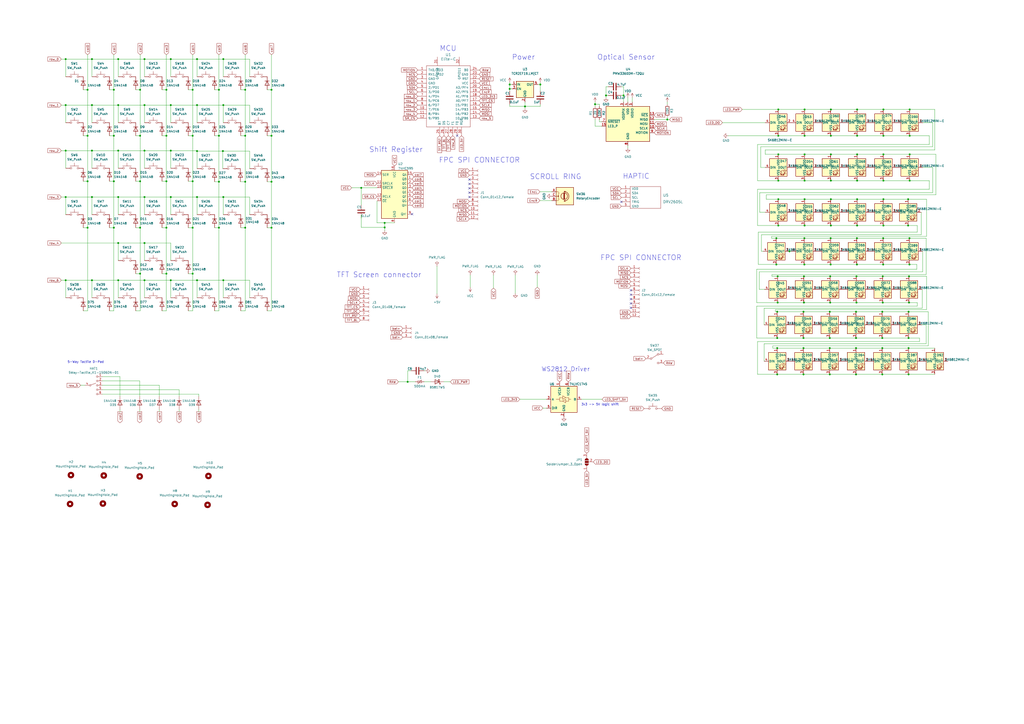
<source format=kicad_sch>
(kicad_sch (version 20211123) (generator eeschema)
  (paper "A2")
  (junction (at 114.3 87.63))
  (junction (at 457.962 145.796))
  (junction (at 450.342 153.416))
  (junction (at 511.81 196.088))
  (junction (at 157.48 105.41))
  (junction (at 497.205 130.81))
  (junction (at 496.824 175.514))
  (junction (at 466.09 196.088))
  (junction (at 512.445 104.775))
  (junction (at 451.485 130.81))
  (junction (at 129.54 34.29))
  (junction (at 451.104 160.274))
  (junction (at 497.078 138.176))
  (junction (at 527.05 180.848))
  (junction (at 53.34 34.29))
  (junction (at 527.685 63.5))
  (junction (at 111.76 105.156))
  (junction (at 129.54 60.96))
  (junction (at 496.57 196.088))
  (junction (at 111.76 158.75))
  (junction (at 53.34 87.376))
  (junction (at 50.8 78.74))
  (junction (at 450.85 217.17))
  (junction (at 512.445 78.74))
  (junction (at 512.445 89.535))
  (junction (at 512.445 63.5))
  (junction (at 142.24 52.07))
  (junction (at 481.584 160.274))
  (junction (at 96.52 158.75))
  (junction (at 68.58 34.29))
  (junction (at 50.8 132.08))
  (junction (at 83.82 162.56))
  (junction (at 466.598 153.416))
  (junction (at 512.318 138.176))
  (junction (at 527.05 201.93))
  (junction (at 83.82 140.97))
  (junction (at 114.3 114.3))
  (junction (at 481.965 104.775))
  (junction (at 114.3 162.56))
  (junction (at 295.656 51.562))
  (junction (at 497.078 153.416))
  (junction (at 114.3 60.96))
  (junction (at 496.824 160.274))
  (junction (at 450.85 196.088))
  (junction (at 53.34 60.96))
  (junction (at 127 52.07))
  (junction (at 157.48 52.07))
  (junction (at 527.685 104.775))
  (junction (at 466.725 63.5))
  (junction (at 512.318 153.416))
  (junction (at 66.04 78.74))
  (junction (at 223.139 129.286))
  (junction (at 527.05 196.088))
  (junction (at 83.82 87.376))
  (junction (at 38.1 34.29))
  (junction (at 527.558 153.416))
  (junction (at 142.24 105.41))
  (junction (at 209.55 108.966))
  (junction (at 450.85 180.848))
  (junction (at 38.1 60.96))
  (junction (at 66.04 105.156))
  (junction (at 81.28 52.07))
  (junction (at 496.57 180.848))
  (junction (at 512.064 160.274))
  (junction (at 512.064 175.514))
  (junction (at 527.558 138.176))
  (junction (at 96.52 52.07))
  (junction (at 481.965 63.5))
  (junction (at 127 78.74))
  (junction (at 466.598 138.176))
  (junction (at 111.76 78.74))
  (junction (at 81.28 105.156))
  (junction (at 99.06 60.96))
  (junction (at 497.205 115.57))
  (junction (at 50.8 52.07))
  (junction (at 481.965 115.57))
  (junction (at 451.485 115.57))
  (junction (at 68.58 162.56))
  (junction (at 466.725 130.81))
  (junction (at 481.33 196.088))
  (junction (at 511.81 201.93))
  (junction (at 99.06 114.3))
  (junction (at 38.1 114.3))
  (junction (at 127 132.08))
  (junction (at 512.445 130.81))
  (junction (at 481.33 217.17))
  (junction (at 96.52 78.74))
  (junction (at 142.24 78.74))
  (junction (at 466.725 104.775))
  (junction (at 481.838 153.416))
  (junction (at 68.58 87.376))
  (junction (at 481.584 175.514))
  (junction (at 83.82 34.29))
  (junction (at 387.096 69.342))
  (junction (at 496.57 201.93))
  (junction (at 527.685 78.74))
  (junction (at 512.445 115.57))
  (junction (at 466.725 115.57))
  (junction (at 345.186 60.452))
  (junction (at 157.48 132.08))
  (junction (at 450.85 201.93))
  (junction (at 81.28 158.75))
  (junction (at 157.48 78.74))
  (junction (at 96.52 132.08))
  (junction (at 50.8 105.156))
  (junction (at 466.725 89.535))
  (junction (at 481.33 180.848))
  (junction (at 497.205 78.74))
  (junction (at 236.474 221.488))
  (junction (at 481.965 78.74))
  (junction (at 129.54 114.3))
  (junction (at 114.3 34.29))
  (junction (at 66.04 52.07))
  (junction (at 99.06 34.29))
  (junction (at 38.1 87.376))
  (junction (at 68.58 60.96))
  (junction (at 129.54 162.56))
  (junction (at 527.304 175.514))
  (junction (at 304.546 61.722))
  (junction (at 96.52 105.156))
  (junction (at 511.81 217.17))
  (junction (at 38.1 162.56))
  (junction (at 527.685 89.535))
  (junction (at 81.28 78.74))
  (junction (at 466.09 201.93))
  (junction (at 66.04 132.08))
  (junction (at 53.34 162.56))
  (junction (at 68.58 140.97))
  (junction (at 99.06 162.56))
  (junction (at 313.436 49.022))
  (junction (at 466.09 217.17))
  (junction (at 451.104 175.514))
  (junction (at 466.09 180.848))
  (junction (at 526.796 115.57))
  (junction (at 451.485 63.5))
  (junction (at 223.139 131.9259))
  (junction (at 526.796 130.81))
  (junction (at 466.725 78.74))
  (junction (at 450.342 138.176))
  (junction (at 481.838 138.176))
  (junction (at 111.76 52.07))
  (junction (at 83.82 60.96))
  (junction (at 81.28 132.08))
  (junction (at 351.536 55.372))
  (junction (at 142.24 132.08))
  (junction (at 83.82 114.3))
  (junction (at 451.485 104.775))
  (junction (at 497.205 63.5))
  (junction (at 466.344 160.274))
  (junction (at 511.81 180.848))
  (junction (at 527.05 217.17))
  (junction (at 127 105.41))
  (junction (at 111.76 132.08))
  (junction (at 466.344 175.514))
  (junction (at 481.965 89.535))
  (junction (at 451.485 78.74))
  (junction (at 68.58 114.3))
  (junction (at 99.06 87.376))
  (junction (at 481.33 201.93))
  (junction (at 497.205 89.535))
  (junction (at 295.656 49.022))
  (junction (at 527.304 160.274))
  (junction (at 53.34 114.3))
  (junction (at 361.696 55.372))
  (junction (at 481.965 130.81))
  (junction (at 129.286 87.63))
  (junction (at 496.57 217.17))
  (junction (at 497.205 104.775))
  (junction (at 451.485 89.535))
  (no_connect (at 366.014 178.562))
  (no_connect (at 272.288 111.76))
  (no_connect (at 366.014 170.942))
  (no_connect (at 272.288 114.3))
  (no_connect (at 272.288 104.14))
  (no_connect (at 366.014 173.482))
  (no_connect (at 239.014 124.206))
  (no_connect (at 360.426 117.094))
  (no_connect (at 366.014 168.402))
  (no_connect (at 272.288 109.22))
  (no_connect (at 272.288 106.68))
  (no_connect (at 366.014 176.022))
  (no_connect (at 265.176 78.74))
  (wire (pts (xy 527.685 104.775) (xy 539.115 104.775)))
  (wire (pts (xy 440.436 157.734) (xy 440.436 167.894)))
  (wire (pts (xy 526.796 115.57) (xy 537.464 115.57)))
  (wire (pts (xy 512.445 63.5) (xy 527.685 63.5)))
  (wire (pts (xy 142.24 132.08) (xy 142.24 180.34)))
  (wire (pts (xy 466.598 138.176) (xy 481.838 138.176)))
  (wire (pts (xy 387.096 69.342) (xy 388.366 69.342)))
  (wire (pts (xy 92.456 237.49) (xy 92.456 238.76)))
  (wire (pts (xy 203.962 108.966) (xy 209.55 108.966)))
  (wire (pts (xy 81.28 180.34) (xy 78.74 180.34)))
  (wire (pts (xy 111.76 52.07) (xy 111.76 78.74)))
  (wire (pts (xy 50.8 78.74) (xy 48.26 78.74)))
  (wire (pts (xy 144.78 162.56) (xy 144.78 172.72)))
  (wire (pts (xy 351.536 55.372) (xy 351.536 50.292)))
  (wire (pts (xy 53.34 114.3) (xy 68.58 114.3)))
  (wire (pts (xy 466.725 78.74) (xy 481.965 78.74)))
  (wire (pts (xy 387.096 69.342) (xy 387.096 68.072)))
  (wire (pts (xy 209.5764 124.5613) (xy 209.55 126.492)))
  (wire (pts (xy 531.876 156.21) (xy 438.912 156.21)))
  (wire (pts (xy 537.464 179.578) (xy 449.834 179.578)))
  (wire (pts (xy 366.776 56.642) (xy 366.776 59.182)))
  (wire (pts (xy 78.74 158.75) (xy 81.28 158.75)))
  (wire (pts (xy 81.28 78.74) (xy 81.28 105.156)))
  (wire (pts (xy 451.104 160.274) (xy 466.344 160.274)))
  (wire (pts (xy 481.838 153.416) (xy 497.078 153.416)))
  (wire (pts (xy 535.305 97.155) (xy 541.02 97.155)))
  (wire (pts (xy 38.1 60.96) (xy 53.34 60.96)))
  (wire (pts (xy 103.886 226.06) (xy 103.886 229.87)))
  (wire (pts (xy 537.464 115.57) (xy 537.464 137.16)))
  (wire (pts (xy 69.596 237.49) (xy 69.596 238.76)))
  (wire (pts (xy 527.304 175.514) (xy 532.13 175.514)))
  (wire (pts (xy 457.9492 145.7941) (xy 458.978 145.796)))
  (wire (pts (xy 83.82 114.3) (xy 99.06 114.3)))
  (wire (pts (xy 541.02 71.12) (xy 541.02 85.09)))
  (wire (pts (xy 481.965 63.5) (xy 497.205 63.5)))
  (wire (pts (xy 111.76 78.74) (xy 111.76 105.156)))
  (wire (pts (xy 53.34 162.56) (xy 68.58 162.56)))
  (wire (pts (xy 114.3 114.3) (xy 114.3 124.46)))
  (wire (pts (xy 443.23 199.39) (xy 537.21 199.39)))
  (wire (pts (xy 440.69 111.76) (xy 440.69 123.19)))
  (wire (pts (xy 534.924 178.816) (xy 443.23 178.816)))
  (wire (pts (xy 99.06 114.3) (xy 114.3 114.3)))
  (wire (pts (xy 542.29 86.995) (xy 443.865 86.995)))
  (wire (pts (xy 450.85 201.93) (xy 466.09 201.93)))
  (wire (pts (xy 451.485 130.81) (xy 466.725 130.81)))
  (wire (pts (xy 223.139 131.9259) (xy 223.139 133.731)))
  (wire (pts (xy 83.82 60.96) (xy 83.82 71.12)))
  (wire (pts (xy 466.725 115.57) (xy 481.965 115.57)))
  (wire (pts (xy 53.34 124.46) (xy 53.34 114.3)))
  (wire (pts (xy 481.965 130.81) (xy 497.205 130.81)))
  (wire (pts (xy 99.06 87.376) (xy 114.3 87.376)))
  (wire (pts (xy 35.56 34.29) (xy 38.1 34.29)))
  (wire (pts (xy 466.09 196.088) (xy 481.33 196.088)))
  (wire (pts (xy 114.3 87.63) (xy 114.3 97.79)))
  (wire (pts (xy 142.24 78.74) (xy 142.24 105.41)))
  (wire (pts (xy 59.436 220.98) (xy 81.026 220.98)))
  (wire (pts (xy 497.205 63.5) (xy 512.445 63.5)))
  (wire (pts (xy 114.3 34.29) (xy 129.54 34.29)))
  (wire (pts (xy 68.58 34.29) (xy 83.82 34.29)))
  (wire (pts (xy 129.54 60.96) (xy 144.78 60.96)))
  (wire (pts (xy 481.33 196.088) (xy 496.57 196.088)))
  (wire (pts (xy 83.82 87.376) (xy 83.82 97.536)))
  (wire (pts (xy 533.4 198.12) (xy 533.4 196.088)))
  (wire (pts (xy 157.48 78.74) (xy 157.48 105.41)))
  (wire (pts (xy 66.04 105.156) (xy 66.04 132.08)))
  (wire (pts (xy 361.696 50.292) (xy 360.426 50.292)))
  (wire (pts (xy 114.3 87.376) (xy 114.3 87.63)))
  (wire (pts (xy 129.54 162.56) (xy 144.78 162.56)))
  (wire (pts (xy 253.492 154.432) (xy 253.492 170.434)))
  (wire (pts (xy 438.912 196.088) (xy 450.85 196.088)))
  (wire (pts (xy 512.445 104.775) (xy 527.685 104.775)))
  (wire (pts (xy 538.48 200.66) (xy 538.48 180.848)))
  (wire (pts (xy 99.06 140.97) (xy 99.06 151.13)))
  (wire (pts (xy 53.34 87.376) (xy 53.34 97.536)))
  (wire (pts (xy 127 78.74) (xy 124.46 78.74)))
  (wire (pts (xy 527.304 160.274) (xy 537.464 160.274)))
  (wire (pts (xy 272.796 166.624) (xy 272.796 159.512)))
  (wire (pts (xy 337.312 231.648) (xy 349.25 231.648)))
  (wire (pts (xy 439.42 104.775) (xy 451.485 104.775)))
  (wire (pts (xy 38.1 34.29) (xy 53.34 34.29)))
  (wire (pts (xy 447.548 137.16) (xy 447.548 138.176)))
  (wire (pts (xy 49.276 223.52) (xy 46.736 223.52)))
  (wire (pts (xy 209.5764 124.5613) (xy 209.5764 131.9273)))
  (wire (pts (xy 99.06 60.96) (xy 99.06 71.12)))
  (wire (pts (xy 541.02 111.76) (xy 440.69 111.76)))
  (wire (pts (xy 361.696 55.372) (xy 360.426 55.372)))
  (wire (pts (xy 449.834 180.848) (xy 450.85 180.848)))
  (wire (pts (xy 69.596 218.44) (xy 69.596 229.87)))
  (wire (pts (xy 511.81 201.93) (xy 527.05 201.93)))
  (wire (pts (xy 127 78.74) (xy 127 105.41)))
  (wire (pts (xy 364.236 56.642) (xy 364.236 59.182)))
  (wire (pts (xy 301.498 231.648) (xy 316.992 231.648)))
  (wire (pts (xy 298.958 159.512) (xy 298.958 170.18)))
  (wire (pts (xy 114.3 162.56) (xy 129.54 162.56)))
  (wire (pts (xy 83.82 60.96) (xy 99.06 60.96)))
  (wire (pts (xy 111.76 105.156) (xy 111.76 132.08)))
  (wire (pts (xy 142.24 132.08) (xy 139.7 132.08)))
  (wire (pts (xy 223.139 129.286) (xy 223.139 131.9259)))
  (wire (pts (xy 142.24 105.41) (xy 142.24 132.08)))
  (wire (pts (xy 497.205 115.57) (xy 512.445 115.57)))
  (wire (pts (xy 83.82 114.3) (xy 83.82 124.46)))
  (wire (pts (xy 496.57 201.93) (xy 511.81 201.93)))
  (wire (pts (xy 422.402 78.74) (xy 451.485 78.74)))
  (wire (pts (xy 481.584 175.514) (xy 496.824 175.514)))
  (wire (pts (xy 257.429 221.488) (xy 261.239 221.488)))
  (wire (pts (xy 481.838 138.176) (xy 497.078 138.176)))
  (wire (pts (xy 78.74 132.08) (xy 81.28 132.08)))
  (wire (pts (xy 245.999 215.138) (xy 246.634 215.138)))
  (wire (pts (xy 532.13 177.546) (xy 438.912 177.546)))
  (wire (pts (xy 443.23 178.816) (xy 443.23 188.468)))
  (wire (pts (xy 379.476 69.342) (xy 387.096 69.342)))
  (wire (pts (xy 157.48 78.74) (xy 154.94 78.74)))
  (wire (pts (xy 466.344 175.514) (xy 481.584 175.514)))
  (wire (pts (xy 286.258 159.512) (xy 286.258 167.132)))
  (wire (pts (xy 157.48 180.34) (xy 154.94 180.34)))
  (wire (pts (xy 466.09 217.17) (xy 481.33 217.17)))
  (wire (pts (xy 38.1 34.29) (xy 38.1 44.45)))
  (wire (pts (xy 35.56 162.56) (xy 38.1 162.56)))
  (wire (pts (xy 68.58 114.3) (xy 83.82 114.3)))
  (wire (pts (xy 127 78.74) (xy 127 52.07)))
  (wire (pts (xy 443.865 86.995) (xy 443.865 89.535)))
  (wire (pts (xy 511.81 217.17) (xy 527.05 217.17)))
  (wire (pts (xy 96.52 78.74) (xy 93.98 78.74)))
  (wire (pts (xy 311.658 166.624) (xy 311.658 159.512)))
  (wire (pts (xy 541.02 97.155) (xy 541.02 111.76)))
  (wire (pts (xy 419.1 71.12) (xy 443.865 71.12)))
  (wire (pts (xy 144.78 87.63) (xy 144.78 97.79)))
  (wire (pts (xy 451.104 175.514) (xy 466.344 175.514)))
  (wire (pts (xy 236.474 215.138) (xy 238.379 215.138)))
  (wire (pts (xy 66.04 52.07) (xy 66.04 78.74)))
  (wire (pts (xy 450.85 217.17) (xy 466.09 217.17)))
  (wire (pts (xy 512.064 160.274) (xy 527.304 160.274)))
  (wire (pts (xy 497.205 104.775) (xy 512.445 104.775)))
  (wire (pts (xy 53.34 162.56) (xy 53.34 172.72)))
  (wire (pts (xy 512.445 78.74) (xy 527.685 78.74)))
  (wire (pts (xy 347.726 60.452) (xy 345.186 60.452)))
  (wire (pts (xy 481.965 115.57) (xy 497.205 115.57)))
  (wire (pts (xy 534.416 123.19) (xy 534.416 136.144)))
  (wire (pts (xy 361.696 55.372) (xy 361.696 50.292)))
  (wire (pts (xy 534.924 167.894) (xy 534.924 178.816)))
  (wire (pts (xy 496.824 160.274) (xy 512.064 160.274)))
  (wire (pts (xy 481.584 160.274) (xy 496.824 160.274)))
  (wire (pts (xy 218.694 116.586) (xy 218.694 129.286)))
  (wire (pts (xy 236.474 215.138) (xy 236.474 221.488)))
  (wire (pts (xy 441.7188 136.1459) (xy 534.416 136.144)))
  (wire (pts (xy 111.76 180.34) (xy 109.22 180.34)))
  (wire (pts (xy 277.876 40.64) (xy 278.13 40.64)))
  (wire (pts (xy 81.28 31.75) (xy 81.28 52.07)))
  (wire (pts (xy 78.74 105.156) (xy 81.28 105.156)))
  (wire (pts (xy 531.876 153.416) (xy 531.876 156.21)))
  (wire (pts (xy 539.115 104.775) (xy 539.115 109.855)))
  (wire (pts (xy 497.205 89.535) (xy 512.445 89.535)))
  (wire (pts (xy 38.1 114.3) (xy 53.34 114.3)))
  (wire (pts (xy 127 52.07) (xy 124.46 52.07)))
  (wire (pts (xy 526.796 130.81) (xy 532.13 130.81)))
  (wire (pts (xy 129.54 114.3) (xy 144.78 114.3)))
  (wire (pts (xy 447.548 138.176) (xy 450.342 138.176)))
  (wire (pts (xy 114.3 34.29) (xy 114.3 44.45)))
  (wire (pts (xy 66.04 31.75) (xy 66.04 52.07)))
  (wire (pts (xy 527.05 217.17) (xy 542.29 217.17)))
  (wire (pts (xy 535.305 71.12) (xy 541.02 71.12)))
  (wire (pts (xy 449.834 179.578) (xy 449.834 180.848)))
  (wire (pts (xy 144.78 60.96) (xy 144.78 71.12)))
  (wire (pts (xy 527.558 138.176) (xy 537.21 138.176)))
  (wire (pts (xy 511.81 196.088) (xy 527.05 196.088)))
  (wire (pts (xy 481.33 180.848) (xy 496.57 180.848)))
  (wire (pts (xy 439.42 198.12) (xy 533.4 198.12)))
  (wire (pts (xy 228.854 129.286) (xy 223.139 129.286)))
  (wire (pts (xy 129.54 34.29) (xy 144.78 34.29)))
  (wire (pts (xy 295.656 61.722) (xy 304.546 61.722)))
  (wire (pts (xy 527.05 201.93) (xy 542.29 201.93)))
  (wire (pts (xy 497.205 78.74) (xy 512.445 78.74)))
  (wire (pts (xy 451.485 63.5) (xy 466.725 63.5)))
  (wire (pts (xy 109.22 132.08) (xy 111.76 132.08)))
  (wire (pts (xy 430.53 63.5) (xy 451.485 63.5)))
  (wire (pts (xy 68.58 140.97) (xy 83.82 140.97)))
  (wire (pts (xy 441.325 85.09) (xy 441.325 97.155)))
  (wire (pts (xy 512.445 115.57) (xy 526.796 115.57)))
  (wire (pts (xy 129.54 60.96) (xy 129.54 71.12)))
  (wire (pts (xy 439.42 217.17) (xy 439.42 198.12)))
  (wire (pts (xy 512.318 153.416) (xy 527.558 153.416)))
  (wire (pts (xy 83.82 151.13) (xy 83.82 140.97)))
  (wire (pts (xy 157.48 31.75) (xy 157.48 52.07)))
  (wire (pts (xy 99.06 114.3) (xy 99.06 124.46)))
  (wire (pts (xy 313.436 61.722) (xy 304.546 61.722)))
  (wire (pts (xy 142.24 180.34) (xy 139.7 180.34)))
  (wire (pts (xy 53.34 87.376) (xy 68.58 87.376)))
  (wire (pts (xy 361.696 55.372) (xy 361.696 59.182)))
  (wire (pts (xy 96.52 158.75) (xy 96.52 180.34)))
  (wire (pts (xy 450.85 180.848) (xy 466.09 180.848)))
  (wire (pts (xy 313.182 116.332) (xy 320.04 116.332)))
  (wire (pts (xy 438.912 156.21) (xy 438.912 175.514)))
  (wire (pts (xy 48.26 105.156) (xy 50.8 105.156)))
  (wire (pts (xy 444.5 113.03) (xy 444.5 115.57)))
  (wire (pts (xy 441.325 97.155) (xy 443.865 97.155)))
  (wire (pts (xy 59.436 228.6) (xy 115.316 228.6)))
  (wire (pts (xy 439.42 217.17) (xy 450.85 217.17)))
  (wire (pts (xy 124.46 132.08) (xy 127 132.08)))
  (wire (pts (xy 129.286 87.63) (xy 144.78 87.63)))
  (wire (pts (xy 81.28 180.34) (xy 81.28 158.75)))
  (wire (pts (xy 66.04 180.34) (xy 63.5 180.34)))
  (wire (pts (xy 142.24 78.74) (xy 139.7 78.74)))
  (wire (pts (xy 537.21 188.468) (xy 534.67 188.468)))
  (wire (pts (xy 313.436 47.752) (xy 313.436 49.022)))
  (wire (pts (xy 537.21 138.176) (xy 537.21 159.258)))
  (wire (pts (xy 466.725 104.775) (xy 481.965 104.775)))
  (wire (pts (xy 441.7188 136.1459) (xy 441.706 145.796)))
  (wire (pts (xy 38.1 162.56) (xy 53.34 162.56)))
  (wire (pts (xy 351.536 56.642) (xy 351.536 55.372)))
  (wire (pts (xy 527.685 78.74) (xy 539.115 78.74)))
  (wire (pts (xy 439.928 153.416) (xy 450.342 153.416)))
  (wire (pts (xy 345.186 59.182) (xy 345.186 60.452)))
  (wire (pts (xy 38.1 172.72) (xy 38.1 162.56)))
  (wire (pts (xy 96.52 105.156) (xy 93.98 105.156)))
  (wire (pts (xy 466.725 63.5) (xy 481.965 63.5)))
  (wire (pts (xy 466.598 153.416) (xy 481.838 153.416)))
  (wire (pts (xy 59.436 223.52) (xy 92.456 223.52)))
  (wire (pts (xy 157.48 105.41) (xy 157.48 132.08)))
  (wire (pts (xy 512.445 89.535) (xy 527.685 89.535)))
  (wire (pts (xy 66.04 132.08) (xy 66.04 180.34)))
  (wire (pts (xy 68.58 87.376) (xy 68.58 97.536)))
  (wire (pts (xy 83.82 34.29) (xy 99.06 34.29)))
  (wire (pts (xy 129.286 87.63) (xy 129.286 97.79)))
  (wire (pts (xy 466.725 130.81) (xy 481.965 130.81)))
  (wire (pts (xy 295.656 51.562) (xy 295.656 49.022)))
  (wire (pts (xy 304.546 61.722) (xy 304.546 62.992)))
  (wire (pts (xy 114.3 60.96) (xy 114.3 71.12)))
  (wire (pts (xy 81.28 132.08) (xy 81.28 158.75)))
  (wire (pts (xy 439.928 134.62) (xy 439.928 153.416)))
  (wire (pts (xy 109.22 52.07) (xy 111.76 52.07)))
  (wire (pts (xy 66.04 78.74) (xy 63.5 78.74)))
  (wire (pts (xy 539.115 78.74) (xy 539.115 83.82)))
  (wire (pts (xy 466.09 201.93) (xy 481.33 201.93)))
  (wire (pts (xy 114.3 87.63) (xy 129.286 87.63)))
  (wire (pts (xy 157.48 132.08) (xy 154.94 132.08)))
  (wire (pts (xy 541.02 85.09) (xy 441.325 85.09)))
  (wire (pts (xy 519.176 123.19) (xy 520.065 123.19)))
  (wire (pts (xy 387.096 59.182) (xy 387.096 60.452)))
  (wire (pts (xy 83.82 87.376) (xy 99.06 87.376)))
  (wire (pts (xy 66.04 78.74) (xy 66.04 105.156)))
  (wire (pts (xy 447.802 160.274) (xy 451.104 160.274)))
  (wire (pts (xy 114.3 114.3) (xy 129.54 114.3)))
  (wire (pts (xy 127 105.41) (xy 124.46 105.41)))
  (wire (pts (xy 142.24 52.07) (xy 142.24 78.74)))
  (wire (pts (xy 537.21 199.39) (xy 537.21 188.468)))
  (wire (pts (xy 50.8 78.74) (xy 50.8 52.07)))
  (wire (pts (xy 157.48 105.41) (xy 154.94 105.41)))
  (wire (pts (xy 99.06 34.29) (xy 99.06 44.45)))
  (wire (pts (xy 114.3 60.96) (xy 129.54 60.96)))
  (wire (pts (xy 448.31 201.93) (xy 448.31 200.66)))
  (wire (pts (xy 96.52 52.07) (xy 93.98 52.07)))
  (wire (pts (xy 542.925 113.03) (xy 444.5 113.03)))
  (wire (pts (xy 481.33 201.93) (xy 496.57 201.93)))
  (wire (pts (xy 538.48 180.848) (xy 527.05 180.848)))
  (wire (pts (xy 96.52 78.74) (xy 96.52 105.156)))
  (wire (pts (xy 347.726 61.722) (xy 347.726 60.452)))
  (wire (pts (xy 448.31 201.93) (xy 450.85 201.93)))
  (wire (pts (xy 115.316 228.6) (xy 115.316 229.87)))
  (wire (pts (xy 466.09 180.848) (xy 481.33 180.848)))
  (wire (pts (xy 497.205 130.81) (xy 512.445 130.81)))
  (wire (pts (xy 535.178 157.734) (xy 440.436 157.734)))
  (wire (pts (xy 81.026 237.49) (xy 81.026 238.76)))
  (wire (pts (xy 99.06 60.96) (xy 114.3 60.96)))
  (wire (pts (xy 81.28 52.07) (xy 78.74 52.07)))
  (wire (pts (xy 38.1 114.3) (xy 38.1 124.46)))
  (wire (pts (xy 532.13 130.81) (xy 532.13 134.62)))
  (wire (pts (xy 511.81 180.848) (xy 527.05 180.848)))
  (wire (pts (xy 38.1 71.12) (xy 38.1 60.96)))
  (wire (pts (xy 348.996 70.612) (xy 347.726 70.612)))
  (wire (pts (xy 481.965 78.74) (xy 497.205 78.74)))
  (wire (pts (xy 48.26 132.08) (xy 50.8 132.08)))
  (wire (pts (xy 68.58 162.56) (xy 68.58 172.72)))
  (wire (pts (xy 481.965 104.775) (xy 497.205 104.775)))
  (wire (pts (xy 93.98 132.08) (xy 96.52 132.08)))
  (wire (pts (xy 295.656 49.022) (xy 296.926 49.022)))
  (wire (pts (xy 127 31.75) (xy 127 52.07)))
  (wire (pts (xy 111.76 158.75) (xy 111.76 180.34)))
  (wire (pts (xy 352.806 50.292) (xy 351.536 50.292)))
  (wire (pts (xy 451.485 115.57) (xy 466.725 115.57)))
  (wire (pts (xy 527.685 89.535) (xy 542.925 89.535)))
  (wire (pts (xy 103.886 237.49) (xy 103.886 238.76)))
  (wire (pts (xy 144.78 114.3) (xy 144.78 124.46)))
  (wire (pts (xy 66.04 105.156) (xy 63.5 105.156)))
  (wire (pts (xy 157.48 52.07) (xy 157.48 78.74)))
  (wire (pts (xy 129.54 34.29) (xy 129.54 44.45)))
  (wire (pts (xy 537.21 159.258) (xy 447.802 159.258)))
  (wire (pts (xy 496.57 180.848) (xy 511.81 180.848)))
  (wire (pts (xy 83.82 140.97) (xy 99.06 140.97)))
  (wire (pts (xy 59.436 218.44) (xy 69.596 218.44)))
  (wire (pts (xy 111.76 31.75) (xy 111.76 52.07)))
  (wire (pts (xy 96.52 132.08) (xy 96.52 158.75)))
  (wire (pts (xy 438.912 175.514) (xy 451.104 175.514)))
  (wire (pts (xy 231.14 221.488) (xy 236.474 221.488)))
  (wire (pts (xy 154.94 52.07) (xy 157.48 52.07)))
  (wire (pts (xy 68.58 114.3) (xy 68.58 124.46)))
  (wire (pts (xy 542.925 89.535) (xy 542.925 113.03)))
  (wire (pts (xy 218.694 129.286) (xy 223.139 129.286)))
  (wire (pts (xy 209.55 118.872) (xy 209.55 108.966)))
  (wire (pts (xy 68.58 60.96) (xy 83.82 60.96)))
  (wire (pts (xy 99.06 87.376) (xy 99.06 97.536)))
  (wire (pts (xy 68.58 60.96) (xy 68.58 71.12)))
  (wire (pts (xy 466.725 89.535) (xy 481.965 89.535)))
  (wire (pts (xy 443.865 89.535) (xy 451.485 89.535)))
  (wire (pts (xy 481.33 217.17) (xy 496.57 217.17)))
  (wire (pts (xy 50.8 180.34) (xy 48.26 180.34)))
  (wire (pts (xy 127 180.34) (xy 124.46 180.34)))
  (wire (pts (xy 314.96 236.728) (xy 316.992 236.728)))
  (wire (pts (xy 127 105.41) (xy 127 132.08)))
  (wire (pts (xy 99.06 34.29) (xy 114.3 34.29)))
  (wire (pts (xy 439.42 83.82) (xy 439.42 104.775)))
  (wire (pts (xy 139.7 52.07) (xy 142.24 52.07)))
  (wire (pts (xy 50.8 31.75) (xy 50.8 52.07)))
  (wire (pts (xy 532.13 134.62) (xy 439.928 134.62)))
  (wire (pts (xy 96.52 31.75) (xy 96.52 52.07)))
  (wire (pts (xy 96.52 180.34) (xy 93.98 180.34)))
  (wire (pts (xy 99.06 162.56) (xy 99.06 172.72)))
  (wire (pts (xy 313.436 49.022) (xy 313.436 52.832)))
  (wire (pts (xy 440.69 123.19) (xy 443.865 123.19)))
  (wire (pts (xy 481.965 89.535) (xy 497.205 89.535)))
  (wire (pts (xy 450.85 196.088) (xy 466.09 196.088)))
  (wire (pts (xy 59.436 226.06) (xy 103.886 226.06)))
  (wire (pts (xy 466.344 160.274) (xy 481.584 160.274)))
  (wire (pts (xy 35.56 60.96) (xy 38.1 60.96)))
  (wire (pts (xy 542.29 63.5) (xy 542.29 86.995)))
  (wire (pts (xy 537.464 137.16) (xy 447.548 137.16)))
  (wire (pts (xy 209.55 108.966) (xy 218.694 108.966)))
  (wire (pts (xy 81.026 220.98) (xy 81.026 229.87)))
  (wire (pts (xy 527.685 63.5) (xy 542.29 63.5)))
  (wire (pts (xy 38.1 87.376) (xy 53.34 87.376)))
  (wire (pts (xy 83.82 162.56) (xy 83.82 172.72)))
  (wire (pts (xy 111.76 78.74) (xy 109.22 78.74)))
  (wire (pts (xy 439.42 130.81) (xy 451.485 130.81)))
  (wire (pts (xy 496.57 217.17) (xy 511.81 217.17)))
  (wire (pts (xy 496.824 175.514) (xy 512.064 175.514)))
  (wire (pts (xy 81.28 78.74) (xy 78.74 78.74)))
  (wire (pts (xy 313.436 60.452) (xy 313.436 61.722)))
  (wire (pts (xy 129.54 162.56) (xy 129.54 172.72)))
  (wire (pts (xy 93.98 158.75) (xy 96.52 158.75)))
  (wire (pts (xy 450.342 153.416) (xy 466.598 153.416)))
  (wire (pts (xy 96.52 78.74) (xy 96.52 52.07)))
  (wire (pts (xy 111.76 105.156) (xy 109.22 105.156)))
  (wire (pts (xy 68.58 162.56) (xy 83.82 162.56)))
  (wire (pts (xy 245.999 221.488) (xy 249.809 221.488)))
  (wire (pts (xy 96.52 105.156) (xy 96.52 132.08)))
  (wire (pts (xy 38.1 87.376) (xy 38.1 97.536)))
  (wire (pts (xy 295.656 52.832) (xy 295.656 51.562)))
  (wire (pts (xy 144.78 34.29) (xy 144.78 44.45)))
  (wire (pts (xy 312.166 49.022) (xy 313.436 49.022)))
  (wire (pts (xy 50.8 78.74) (xy 50.8 105.156)))
  (wire (pts (xy 53.34 34.29) (xy 68.58 34.29)))
  (wire (pts (xy 512.445 130.81) (xy 526.796 130.81)))
  (wire (pts (xy 535.178 145.796) (xy 535.178 157.734)))
  (wire (pts (xy 68.58 140.97) (xy 68.58 151.13)))
  (wire (pts (xy 450.342 138.176) (xy 466.598 138.176)))
  (wire (pts (xy 313.182 111.252) (xy 320.04 111.252)))
  (wire (pts (xy 447.802 159.258) (xy 447.802 160.274)))
  (wire (pts (xy 539.115 109.855) (xy 439.42 109.855)))
  (wire (pts (xy 53.34 60.96) (xy 68.58 60.96)))
  (wire (pts (xy 532.13 175.514) (xy 532.13 177.546)))
  (wire (pts (xy 443.23 209.55) (xy 443.23 199.39)))
  (wire (pts (xy 63.5 52.07) (xy 66.04 52.07)))
  (wire (pts (xy 345.186 73.152) (xy 345.186 69.342)))
  (wire (pts (xy 53.34 34.29) (xy 53.34 44.45)))
  (wire (pts (xy 83.82 34.29) (xy 83.82 44.45)))
  (wire (pts (xy 451.485 104.775) (xy 466.725 104.775)))
  (wire (pts (xy 345.186 60.452) (xy 345.186 61.722)))
  (wire (pts (xy 35.56 87.376) (xy 38.1 87.376)))
  (wire (pts (xy 142.24 31.75) (xy 142.24 52.07)))
  (wire (pts (xy 68.58 34.29) (xy 68.58 44.45)))
  (wire (pts (xy 347.726 70.612) (xy 347.726 69.342)))
  (wire (pts (xy 81.28 78.74) (xy 81.28 52.07)))
  (wire (pts (xy 68.58 87.376) (xy 83.82 87.376)))
  (wire (pts (xy 438.912 177.546) (xy 438.912 196.088)))
  (wire (pts (xy 35.56 140.97) (xy 68.58 140.97)))
  (wire (pts (xy 537.464 160.274) (xy 537.464 179.578)))
  (wire (pts (xy 81.28 105.156) (xy 81.28 132.08)))
  (wire (pts (xy 50.8 132.08) (xy 50.8 180.34)))
  (wire (pts (xy 129.54 114.3) (xy 129.54 124.46)))
  (wire (pts (xy 92.456 223.52) (xy 92.456 229.87)))
  (wire (pts (xy 53.34 60.96) (xy 53.34 71.12)))
  (wire (pts (xy 497.078 153.416) (xy 512.318 153.416)))
  (wire (pts (xy 451.485 89.535) (xy 466.725 89.535)))
  (wire (pts (xy 440.436 167.894) (xy 443.484 167.894)))
  (wire (pts (xy 539.115 83.82) (xy 439.42 83.82)))
  (wire (pts (xy 114.3 162.56) (xy 114.3 172.72)))
  (wire (pts (xy 364.236 85.852) (xy 364.236 84.582)))
  (wire (pts (xy 527.558 153.416) (xy 531.876 153.416)))
  (wire (pts (xy 111.76 132.08) (xy 111.76 158.75)))
  (wire (pts (xy 50.8 105.156) (xy 50.8 132.08)))
  (wire (pts (xy 63.5 132.08) (xy 66.04 132.08)))
  (wire (pts (xy 496.57 196.088) (xy 511.81 196.088)))
  (wire (pts (xy 142.24 105.41) (xy 139.446 105.41)))
  (wire (pts (xy 439.42 109.855) (xy 439.42 130.81)))
  (wire (pts (xy 448.31 200.66) (xy 538.48 200.66)))
  (wire (pts (xy 127 132.08) (xy 127 180.34)))
  (wire (pts (xy 345.186 73.152) (xy 348.996 73.152)))
  (wire (pts (xy 209.5764 131.9273) (xy 223.139 131.9259)))
  (wire (pts (xy 83.82 162.56) (xy 99.06 162.56)))
  (wire (pts (xy 512.064 175.514) (xy 527.304 175.514)))
  (wire (pts (xy 236.474 221.488) (xy 240.919 221.488)))
  (wire (pts (xy 35.56 114.3) (xy 38.1 114.3)))
  (wire (pts (xy 99.06 162.56) (xy 114.3 162.56)))
  (wire (pts (xy 304.546 59.182) (xy 304.546 61.722)))
  (wire (pts (xy 533.4 196.088) (xy 527.05 196.088)))
  (wire (pts (xy 451.485 78.74) (xy 466.725 78.74)))
  (wire (pts (xy 157.48 132.08) (xy 157.48 180.34)))
  (wire (pts (xy 444.5 115.57) (xy 451.485 115.57)))
  (wire (pts (xy 295.656 60.452) (xy 295.656 61.722)))
  (wire (pts (xy 115.316 237.49) (xy 115.316 238.76)))
  (wire (pts (xy 295.656 47.752) (xy 295.656 49.022)))
  (wire (pts (xy 512.318 138.176) (xy 527.558 138.176)))
  (wire (pts (xy 296.926 51.562) (xy 295.656 51.562)))
  (wire (pts (xy 497.078 138.176) (xy 512.318 138.176)))
  (wire (pts (xy 109.22 158.75) (xy 111.76 158.75)))
  (wire (pts (xy 352.806 55.372) (xy 351.536 55.372)))
  (wire (pts (xy 441.706 145.796) (xy 442.722 145.796)))
  (wire (pts (xy 50.8 52.07) (xy 48.26 52.07)))
  (text "WS2812 Driver" (at 314.071 215.773 0) (effects (font (size 2.54 2.54)) (justify left bottom)))
  (text "MCU" (at 255.016 29.972 0) (effects (font (size 2.9972 2.9972)) (justify left bottom)))
  (text "Power" (at 296.926 35.052 0) (effects (font (size 2.9972 2.9972)) (justify left bottom)))
  (text "HAPTIC" (at 361.188 104.14 0) (effects (font (size 2.9972 2.9972)) (justify left bottom)))
  (text "FPC SPI CONNECTOR\n" (at 348.234 151.384 0) (effects (font (size 2.9972 2.9972)) (justify left bottom)))
  (text "Shift Register\n" (at 214.122 88.646 0) (effects (font (size 2.9972 2.9972)) (justify left bottom)))
  (text "SCROLL RING" (at 307.34 104.394 0) (effects (font (size 2.9972 2.9972)) (justify left bottom)))
  (text "Optical Sensor" (at 346.456 35.052 0) (effects (font (size 2.9972 2.9972)) (justify left bottom)))
  (text "FPC SPI CONNECTOR\n" (at 254.508 94.742 0) (effects (font (size 2.9972 2.9972)) (justify left bottom)))
  (text "3v3 -> 5V logic shift" (at 337.185 235.458 0) (effects (font (size 1.27 1.27)) (justify left bottom)))
  (text "5-Way Tactile D-Pad" (at 39.116 210.82 0) (effects (font (size 1.27 1.27)) (justify left bottom)))
  (text "TFT Screen connector" (at 195.326 161.29 0) (effects (font (size 2.9972 2.9972)) (justify left bottom)))
  (global_label "TFT_RST" (shape input) (at 255.016 78.74 270) (property "Intersheet References" "${INTERSHEET_REFS}" (effects hide)))
  (global_label "LED_DO" (shape input) (at 419.1 71.12 180) (property "Intersheet References" "${INTERSHEET_REFS}" (effects hide)))
  (global_label "row_1" (shape input) (at 242.316 58.42 180) (property "Intersheet References" "${INTERSHEET_REFS}" (effects hide)))
  (global_label "VCC" (shape input) (at 324.612 221.488 90) (property "Intersheet References" "${INTERSHEET_REFS}" (effects hide)))
  (global_label "NCS" (shape input) (at 242.316 43.18 180) (property "Intersheet References" "${INTERSHEET_REFS}" (effects hide)))
  (global_label "NCS" (shape input) (at 379.476 66.802 0) (property "Intersheet References" "${INTERSHEET_REFS}" (effects hide)))
  (global_label "col6" (shape output) (at 115.316 238.76 270) (property "Intersheet References" "${INTERSHEET_REFS}" (effects hide)))
  (global_label "NCS" (shape input) (at 366.014 160.782 180) (property "Intersheet References" "${INTERSHEET_REFS}" (effects hide)))
  (global_label "TFT_DC" (shape input) (at 209.042 180.594 180) (property "Intersheet References" "${INTERSHEET_REFS}" (effects hide)))
  (global_label "MISO" (shape input) (at 388.366 69.342 0) (property "Intersheet References" "${INTERSHEET_REFS}" (effects hide)))
  (global_label "LED_DO" (shape input) (at 344.17 267.97 0) (property "Intersheet References" "${INTERSHEET_REFS}" (effects hide)))
  (global_label "col1" (shape input) (at 66.04 31.75 90) (property "Intersheet References" "${INTERSHEET_REFS}" (effects hide)))
  (global_label "GND" (shape input) (at 242.316 45.72 180) (property "Intersheet References" "${INTERSHEET_REFS}" (effects hide)))
  (global_label "MOTION" (shape input) (at 379.476 76.962 0) (property "Intersheet References" "${INTERSHEET_REFS}" (effects hide)))
  (global_label "col5" (shape input) (at 239.014 106.426 0) (property "Intersheet References" "${INTERSHEET_REFS}" (effects hide)))
  (global_label "col2" (shape input) (at 239.014 114.046 0) (property "Intersheet References" "${INTERSHEET_REFS}" (effects hide)))
  (global_label "TFT_BL" (shape input) (at 209.042 185.674 180) (property "Intersheet References" "${INTERSHEET_REFS}" (effects hide)))
  (global_label "row_3" (shape input) (at 242.316 63.5 180) (property "Intersheet References" "${INTERSHEET_REFS}" (effects hide)))
  (global_label "MOSI" (shape input) (at 209.042 172.974 180) (property "Intersheet References" "${INTERSHEET_REFS}" (effects hide)))
  (global_label "SCL" (shape input) (at 360.426 114.554 180) (property "Intersheet References" "${INTERSHEET_REFS}" (effects hide)))
  (global_label "row_0" (shape input) (at 35.56 34.29 180) (property "Intersheet References" "${INTERSHEET_REFS}" (effects hide)))
  (global_label "RAW" (shape input) (at 384.81 210.566 0) (property "Intersheet References" "${INTERSHEET_REFS}" (effects hide)))
  (global_label "row_4" (shape input) (at 242.316 66.04 180) (property "Intersheet References" "${INTERSHEET_REFS}" (effects hide)))
  (global_label "row_1" (shape input) (at 35.56 60.96 180) (property "Intersheet References" "${INTERSHEET_REFS}" (effects hide)))
  (global_label "row_3" (shape input) (at 35.56 114.3 180) (property "Intersheet References" "${INTERSHEET_REFS}" (effects hide)))
  (global_label "col1" (shape input) (at 239.014 116.586 0) (property "Intersheet References" "${INTERSHEET_REFS}" (effects hide)))
  (global_label "VCC" (shape input) (at 209.042 167.894 180) (property "Intersheet References" "${INTERSHEET_REFS}" (effects hide)))
  (global_label "bat+" (shape input) (at 374.65 208.026 180) (property "Intersheet References" "${INTERSHEET_REFS}" (effects hide)))
  (global_label "row_5" (shape input) (at 46.736 223.52 180) (property "Intersheet References" "${INTERSHEET_REFS}" (effects hide)))
  (global_label "MOTION" (shape input) (at 272.288 119.38 180) (property "Intersheet References" "${INTERSHEET_REFS}" (effects hide)))
  (global_label "SDA" (shape input) (at 242.316 50.8 180) (property "Intersheet References" "${INTERSHEET_REFS}" (effects hide)))
  (global_label "col0" (shape input) (at 50.8 31.75 90) (property "Intersheet References" "${INTERSHEET_REFS}" (effects hide)))
  (global_label "RAW" (shape input) (at 231.14 221.488 180) (property "Intersheet References" "${INTERSHEET_REFS}" (effects hide)))
  (global_label "EncL" (shape input) (at 313.182 111.252 180) (property "Intersheet References" "${INTERSHEET_REFS}" (effects hide)))
  (global_label "GND" (shape input) (at 366.014 181.102 180) (property "Intersheet References" "${INTERSHEET_REFS}" (effects hide)))
  (global_label "MOSI" (shape input) (at 272.288 116.84 180) (property "Intersheet References" "${INTERSHEET_REFS}" (effects hide)))
  (global_label "RAW" (shape input) (at 278.13 40.64 0) (property "Intersheet References" "${INTERSHEET_REFS}" (effects hide)))
  (global_label "MOSI" (shape input) (at 379.476 71.882 0) (property "Intersheet References" "${INTERSHEET_REFS}" (effects hide)))
  (global_label "TFT_CS" (shape input) (at 277.876 58.42 0) (property "Intersheet References" "${INTERSHEET_REFS}" (effects hide)))
  (global_label "SCLK" (shape input) (at 218.694 106.426 180) (property "Intersheet References" "${INTERSHEET_REFS}" (effects hide)))
  (global_label "RESET" (shape input) (at 277.876 45.72 0) (property "Intersheet References" "${INTERSHEET_REFS}" (effects hide)))
  (global_label "GND" (shape input) (at 311.658 166.624 270) (property "Intersheet References" "${INTERSHEET_REFS}" (effects hide)))
  (global_label "GND" (shape input) (at 233.68 193.04 180) (property "Intersheet References" "${INTERSHEET_REFS}" (effects hide)))
  (global_label "GND" (shape input) (at 383.794 236.982 0) (property "Intersheet References" "${INTERSHEET_REFS}" (effects hide)))
  (global_label "VCC" (shape input) (at 360.426 109.474 180) (property "Intersheet References" "${INTERSHEET_REFS}" (effects hide)))
  (global_label "SCLK" (shape input) (at 209.042 175.514 180) (property "Intersheet References" "${INTERSHEET_REFS}" (effects hide)))
  (global_label "MOTION" (shape input) (at 366.014 163.322 180) (property "Intersheet References" "${INTERSHEET_REFS}" (effects hide)))
  (global_label "MISO" (shape input) (at 366.014 158.242 180) (property "Intersheet References" "${INTERSHEET_REFS}" (effects hide)))
  (global_label "SCLK" (shape input) (at 272.288 127 180) (property "Intersheet References" "${INTERSHEET_REFS}" (effects hide)))
  (global_label "EncR" (shape input) (at 313.182 116.332 180) (property "Intersheet References" "${INTERSHEET_REFS}" (effects hide)))
  (global_label "col6" (shape input) (at 239.014 103.886 0) (property "Intersheet References" "${INTERSHEET_REFS}" (effects hide)))
  (global_label "col4" (shape output) (at 92.456 238.76 270) (property "Intersheet References" "${INTERSHEET_REFS}" (effects hide)))
  (global_label "SDA" (shape input) (at 360.426 112.014 180) (property "Intersheet References" "${INTERSHEET_REFS}" (effects hide)))
  (global_label "RAW" (shape input) (at 329.692 221.488 90) (property "Intersheet References" "${INTERSHEET_REFS}" (effects hide)))
  (global_label "row_4" (shape input) (at 35.56 140.97 180) (property "Intersheet References" "${INTERSHEET_REFS}" (effects hide)))
  (global_label "col4" (shape input) (at 111.76 31.75 90) (property "Intersheet References" "${INTERSHEET_REFS}" (effects hide)))
  (global_label "GND" (shape input) (at 272.288 101.6 180) (property "Intersheet References" "${INTERSHEET_REFS}" (effects hide)))
  (global_label "LED_SHFT_5V" (shape input) (at 340.36 262.89 90) (property "Intersheet References" "${INTERSHEET_REFS}" (effects hide)))
  (global_label "TFT_DC" (shape input) (at 260.096 78.74 270) (property "Intersheet References" "${INTERSHEET_REFS}" (effects hide)))
  (global_label "LED_PWR" (shape input) (at 261.239 221.488 0) (property "Intersheet References" "${INTERSHEET_REFS}" (effects hide)))
  (global_label "col7" (shape input) (at 157.48 31.75 90) (property "Intersheet References" "${INTERSHEET_REFS}" (effects hide)))
  (global_label "SCLK" (shape input) (at 366.014 155.702 180) (property "Intersheet References" "${INTERSHEET_REFS}" (effects hide)))
  (global_label "TFT_BL" (shape input) (at 257.556 78.74 270) (property "Intersheet References" "${INTERSHEET_REFS}" (effects hide)))
  (global_label "EncL" (shape input) (at 277.876 50.8 0) (property "Intersheet References" "${INTERSHEET_REFS}" (effects hide)))
  (global_label "GND" (shape input) (at 360.426 119.634 180) (property "Intersheet References" "${INTERSHEET_REFS}" (effects hide)))
  (global_label "SCL" (shape input) (at 242.316 53.34 180) (property "Intersheet References" "${INTERSHEET_REFS}" (effects hide)))
  (global_label "row_6" (shape input) (at 262.636 78.74 270) (property "Intersheet References" "${INTERSHEET_REFS}" (effects hide)))
  (global_label "MOSI" (shape input) (at 277.876 66.04 0) (property "Intersheet References" "${INTERSHEET_REFS}" (effects hide)))
  (global_label "VCC" (shape input) (at 203.962 108.966 180) (property "Intersheet References" "${INTERSHEET_REFS}" (effects hide)))
  (global_label "col0" (shape input) (at 239.014 119.126 0) (property "Intersheet References" "${INTERSHEET_REFS}" (effects hide)))
  (global_label "GND" (shape input) (at 277.876 43.18 0) (property "Intersheet References" "${INTERSHEET_REFS}" (effects hide)))
  (global_label "VCC" (shape input) (at 272.288 99.06 180) (property "Intersheet References" "${INTERSHEET_REFS}" (effects hide)))
  (global_label "MOSI" (shape input) (at 366.014 165.862 180) (property "Intersheet References" "${INTERSHEET_REFS}" (effects hide)))
  (global_label "VCC" (shape input) (at 286.258 167.132 270) (property "Intersheet References" "${INTERSHEET_REFS}" (effects hide)))
  (global_label "col4" (shape input) (at 239.014 108.966 0) (property "Intersheet References" "${INTERSHEET_REFS}" (effects hide)))
  (global_label "row_5" (shape input) (at 277.876 68.58 0) (property "Intersheet References" "${INTERSHEET_REFS}" (effects hide)))
  (global_label "LED_5V" (shape input) (at 267.716 78.74 270) (property "Intersheet References" "${INTERSHEET_REFS}" (effects hide)))
  (global_label "MOTION" (shape input) (at 242.316 40.64 180) (property "Intersheet References" "${INTERSHEET_REFS}" (effects hide)))
  (global_label "MISO" (shape input) (at 272.288 124.46 180) (property "Intersheet References" "${INTERSHEET_REFS}" (effects hide)))
  (global_label "SR_CS" (shape input) (at 242.316 68.58 180) (property "Intersheet References" "${INTERSHEET_REFS}" (effects hide)))
  (global_label "row_0" (shape input) (at 242.316 55.88 180) (property "Intersheet References" "${INTERSHEET_REFS}" (effects hide)))
  (global_label "LED_5V" (shape input) (at 340.36 273.05 270) (property "Intersheet References" "${INTERSHEET_REFS}" (effects hide)))
  (global_label "col3" (shape input) (at 239.014 111.506 0) (property "Intersheet References" "${INTERSHEET_REFS}" (effects hide)))
  (global_label "EncR" (shape input) (at 277.876 53.34 0) (property "Intersheet References" "${INTERSHEET_REFS}" (effects hide)))
  (global_label "SCLK" (shape input) (at 379.476 74.422 0) (property "Intersheet References" "${INTERSHEET_REFS}" (effects hide)))
  (global_label "MOSI" (shape input) (at 218.694 101.346 180) (property "Intersheet References" "${INTERSHEET_REFS}" (effects hide)))
  (global_label "row_2" (shape input) (at 242.316 60.96 180) (property "Intersheet References" "${INTERSHEET_REFS}" (effects hide)))
  (global_label "VCC" (shape input) (at 314.96 236.728 180) (property "Intersheet References" "${INTERSHEET_REFS}" (effects hide)))
  (global_label "TFT_RST" (shape input) (at 209.042 183.134 180) (property "Intersheet References" "${INTERSHEET_REFS}" (effects hide)))
  (global_label "GND" (shape input) (at 242.316 48.26 180) (property "Intersheet References" "${INTERSHEET_REFS}" (effects hide)))
  (global_label "GND" (shape input) (at 209.042 170.434 180) (property "Intersheet References" "${INTERSHEET_REFS}" (effects hide)))
  (global_label "NCS" (shape input) (at 272.288 121.92 180) (property "Intersheet References" "${INTERSHEET_REFS}" (effects hide)))
  (global_label "bat+" (shape input) (at 233.68 190.5 180) (property "Intersheet References" "${INTERSHEET_REFS}" (effects hide)))
  (global_label "VCC" (shape input) (at 277.876 48.26 0) (property "Intersheet References" "${INTERSHEET_REFS}" (effects hide)))
  (global_label "VCC" (shape input) (at 366.014 183.642 180) (property "Intersheet References" "${INTERSHEET_REFS}" (effects hide)))
  (global_label "col5" (shape input) (at 127 31.75 90) (property "Intersheet References" "${INTERSHEET_REFS}" (effects hide)))
  (global_label "row_6" (shape input) (at 35.56 162.56 180) (property "Intersheet References" "${INTERSHEET_REFS}" (effects hide)))
  (global_label "col7" (shape input) (at 239.014 101.346 0) (property "Intersheet References" "${INTERSHEET_REFS}" (effects hide)))
  (global_label "col2" (shape input) (at 81.28 31.75 90) (property "Intersheet References" "${INTERSHEET_REFS}" (effects hide)))
  (global_label "VCC" (shape input) (at 228.854 96.266 90) (property "Intersheet References" "${INTERSHEET_REFS}" (effects hide)))
  (global_label "TFT_CS" (shape input) (at 209.042 178.054 180) (property "Intersheet References" "${INTERSHEET_REFS}" (effects hide)))
  (global_label "row_2" (shape input) (at 35.56 87.376 180) (property "Intersheet References" "${INTERSHEET_REFS}" (effects hide)))
  (global_label "LED_SHFT_5V" (shape input) (at 349.25 231.648 0) (property "Intersheet References" "${INTERSHEET_REFS}" (effects hide)))
  (global_label "col6" (shape input) (at 142.24 31.75 90) (property "Intersheet References" "${INTERSHEET_REFS}" (effects hide)))
  (global_label "col2" (shape output) (at 69.596 238.76 270) (property "Intersheet References" "${INTERSHEET_REFS}" (effects hide)))
  (global_label "LED_PWR" (shape input) (at 430.53 63.5 180) (property "Intersheet References" "${INTERSHEET_REFS}" (effects hide)))
  (global_label "col3" (shape input) (at 96.52 31.75 90) (property "Intersheet References" "${INTERSHEET_REFS}" (effects hide)))
  (global_label "col5" (shape output) (at 103.886 238.76 270) (property "Intersheet References" "${INTERSHEET_REFS}" (effects hide)))
  (global_label "SR_CS" (shape input) (at 218.694 114.046 180) (property "Intersheet References" "${INTERSHEET_REFS}" (effects hide)))
  (global_label "MISO" (shape input) (at 277.876 63.5 0) (property "Intersheet References" "${INTERSHEET_REFS}" (effects hide)))
  (global_label "SCLK" (shape input) (at 277.876 60.96 0) (property "Intersheet References" "${INTERSHEET_REFS}" (effects hide)))
  (global_label "LED_3V3" (shape input) (at 301.498 231.648 180) (property "Intersheet References" "${INTERSHEET_REFS}" (effects hide)))
  (global_label "col3" (shape output) (at 81.026 238.76 270) (property "Intersheet References" "${INTERSHEET_REFS}" (effects hide)))
  (global_label "LED_3V3" (shape input) (at 277.876 55.88 0) (property "Intersheet References" "${INTERSHEET_REFS}" (effects hide)))
  (global_label "bat+" (shape input) (at 233.68 195.58 180) (property "Intersheet References" "${INTERSHEET_REFS}" (effects hide)))
  (global_label "RESET" (shape input) (at 373.634 236.982 180) (property "Intersheet References" "${INTERSHEET_REFS}" (effects hide)))
  (symbol (lib_id "alaa:Diode_1N4148") (at 63.5 48.26 270) (unit 1)
    (property "Reference" "D4" (at 66.04 46.9899 90) (effects (justify left)))
    (property "Value" "1N4148" (at 66.04 49.5299 90) (effects (justify left)))
    (property "Footprint" "Diode_SMD:D_SOD-123" (effects hide))
    (property "Datasheet" "https://assets.nexperia.com/documents/data-sheet/1N4148_1N4448.pdf" (effects hide))
    (property "LCSC" "C8598" (effects hide))
  )
  (symbol (lib_id "Device:D") (at 115.316 233.68 270) (unit 1)
    (property "Reference" "D39" (at 113.284 234.8484 90) (effects (justify right)))
    (property "Value" "1N4148" (at 113.284 232.537 90) (effects (justify right)))
    (property "Footprint" "Diode_SMD:D_SOD-123" (effects hide))
    (property "Datasheet" "https://assets.nexperia.com/documents/data-sheet/1N4148_1N4448.pdf" (effects hide))
    (property "LCSC" "C8598" (effects hide))
  )
  (symbol (lib_id "alaa:Diode_1N4148") (at 48.26 101.346 270) (unit 1)
    (property "Reference" "D6" (at 50.8 100.0759 90) (effects (justify left)))
    (property "Value" "1N4148" (at 50.8 102.6159 90) (effects (justify left)))
    (property "Footprint" "Diode_SMD:D_SOD-123" (effects hide))
    (property "Datasheet" "https://assets.nexperia.com/documents/data-sheet/1N4148_1N4448.pdf" (effects hide))
    (property "LCSC" "C8598" (effects hide))
  )
  (symbol (lib_id "power:PWR_FLAG") (at 253.492 154.432 0) (unit 1)
    (property "Reference" "#FLG0101" (effects hide))
    (property "Value" "PWR_FLAG" (at 253.492 149.352 0))
  )
  (symbol (lib_id "Mechanical:MountingHole") (at 41.148 275.59 0) (unit 1)
    (property "Reference" "H2" (at 39.878 267.97 0) (effects (justify left)))
    (property "Value" "MountingHole_Pad" (at 32.258 270.51 0) (effects (justify left)))
    (property "Footprint" "Alaa:MountingHole_M3" (effects hide))
  )
  (symbol (lib_id "alaa:Diode_1N4148") (at 48.26 128.27 270) (unit 1)
    (property "Reference" "D3" (at 50.8 126.9999 90) (effects (justify left)))
    (property "Value" "1N4148" (at 50.8 129.5399 90) (effects (justify left)))
    (property "Footprint" "Diode_SMD:D_SOD-123" (effects hide))
    (property "Datasheet" "https://assets.nexperia.com/documents/data-sheet/1N4148_1N4448.pdf" (effects hide))
    (property "LCSC" "C8598" (effects hide))
  )
  (symbol (lib_id "Connector:Conn_01x08_Female") (at 214.122 175.514 0) (unit 1)
    (property "Reference" "J3" (at 215.9 175.5139 0) (effects (justify left)))
    (property "Value" "Conn_01x08_Female" (at 215.9 178.0539 0) (effects (justify left)))
    (property "Footprint" "Connector_JST:JST_PH_S8B-PH-K_1x08_P2.00mm_Horizontal" (effects hide))
  )
  (symbol (lib_id "kicad-keyboard-parts:SK6812MINI-E") (at 497.205 71.12 0) (unit 1)
    (property "Reference" "D67" (at 500.126 67.31 0))
    (property "Value" "SK6812MINI-E" (at 510.1416 70.1699 0))
    (property "Footprint" "Alaa:MX_SK6812MINI-E_REV" (effects hide))
    (property "Datasheet" "https://cdn-shop.adafruit.com/product-files/2686/SK6812MINI_REV.01-1-2.pdf" (effects hide))
  )
  (symbol (lib_id "power:+5V") (at 253.492 170.434 180) (unit 1)
    (property "Reference" "#PWR0104" (effects hide))
    (property "Value" "+5V" (at 253.492 175.26 0))
  )
  (symbol (lib_id "Mechanical:MountingHole") (at 60.198 275.844 0) (unit 1)
    (property "Reference" "H4" (at 58.928 268.224 0) (effects (justify left)))
    (property "Value" "MountingHole_Pad" (at 51.308 270.764 0) (effects (justify left)))
    (property "Footprint" "Alaa:MountingHole_M3" (effects hide))
  )
  (symbol (lib_id "power:VCC") (at 295.656 47.752 0) (unit 1)
    (property "Reference" "#PWR03" (effects hide))
    (property "Value" "VCC" (at 291.846 46.482 0))
  )
  (symbol (lib_id "Device:R") (at 345.186 65.532 0) (unit 1)
    (property "Reference" "R1" (at 342.646 65.532 90))
    (property "Value" "39" (at 345.186 65.532 90))
    (property "Footprint" "Resistor_SMD:R_0805_2012Metric" (effects hide))
    (property "manf#" "SG73P2ATTD39R0F" (effects hide))
    (property "LCSC" "C514993" (effects hide))
  )
  (symbol (lib_id "Connector:Conn_01x12_Female") (at 371.094 168.402 0) (unit 1)
    (property "Reference" "J2" (at 372.11 168.4019 0) (effects (justify left)))
    (property "Value" "Conn_01x12_Female" (at 372.11 170.9419 0) (effects (justify left)))
    (property "Footprint" "Alaa:FPC-SMD_FPC05012-09200-.5mm-rev" (effects hide))
    (property "LCSC" "C479750" (effects hide))
  )
  (symbol (lib_id "Switch:SW_Push") (at 43.18 97.536 0) (unit 1)
    (property "Reference" "SW6" (at 43.18 89.916 0))
    (property "Value" "SW_Push" (at 43.18 92.456 0))
    (property "Footprint" "Alaa:Kailh_hotswap_only_MX-CHOC" (effects hide))
  )
  (symbol (lib_id "74xx:74HC595") (at 228.854 111.506 0) (unit 1)
    (property "Reference" "U2" (at 230.8734 95.1062 0) (effects (justify left)))
    (property "Value" "74HC595" (at 230.8734 97.6431 0) (effects (justify left)))
    (property "Footprint" "Package_SO:SOIC-16_3.9x9.9mm_P1.27mm" (effects hide))
    (property "Datasheet" "http://www.ti.com/lit/ds/symlink/sn74hc595.pdf" (effects hide))
    (property "LCSC" "C10092" (effects hide))
  )
  (symbol (lib_id "Switch:SW_Push") (at 104.14 71.12 0) (unit 1)
    (property "Reference" "SW19" (at 104.14 63.5 0))
    (property "Value" "SW_Push" (at 104.14 66.04 0))
    (property "Footprint" "Alaa:Kailh_hotswap_only_MX-CHOC" (effects hide))
  )
  (symbol (lib_id "power:GND") (at 246.634 215.138 90) (unit 1)
    (property "Reference" "#PWR0105" (effects hide))
    (property "Value" "GND" (at 250.444 215.1379 90) (effects (justify right)))
  )
  (symbol (lib_id "power:GND") (at 298.958 170.18 0) (unit 1)
    (property "Reference" "#PWR04" (effects hide))
    (property "Value" "GND" (at 302.006 171.4499 0) (effects (justify left)))
  )
  (symbol (lib_id "kicad-keyboard-parts:SK6812MINI-E") (at 451.485 123.19 0) (unit 1)
    (property "Reference" "D48" (at 453.898 119.38 0))
    (property "Value" "SK6812MINI-E" (at 464.4216 122.2399 0))
    (property "Footprint" "Alaa:MX_SK6812MINI-E_REV" (effects hide))
    (property "Datasheet" "https://cdn-shop.adafruit.com/product-files/2686/SK6812MINI_REV.01-1-2.pdf" (effects hide))
  )
  (symbol (lib_id "kicad-keyboard-parts:SK6812MINI-E") (at 527.05 209.55 0) (unit 1)
    (property "Reference" "D87" (at 530.098 205.994 0))
    (property "Value" "SK6812MINI-E" (at 539.9866 208.5999 0))
    (property "Footprint" "Alaa:MX_SK6812MINI-E_REV" (effects hide))
    (property "Datasheet" "https://cdn-shop.adafruit.com/product-files/2686/SK6812MINI_REV.01-1-2.pdf" (effects hide))
  )
  (symbol (lib_id "Switch:SW_Push") (at 134.62 71.12 0) (unit 1)
    (property "Reference" "SW29" (at 134.62 63.5 0))
    (property "Value" "SW_Push" (at 134.62 66.04 0))
    (property "Footprint" "Alaa:Kailh_hotswap_only_MX-CHOC" (effects hide))
  )
  (symbol (lib_id "Switch:SW_Push") (at 119.38 97.79 0) (unit 1)
    (property "Reference" "SW27" (at 119.38 90.17 0))
    (property "Value" "SW_Push" (at 119.38 92.71 0))
    (property "Footprint" "Alaa:Kailh_hotswap_only_MX-CHOC" (effects hide))
  )
  (symbol (lib_id "alaa:Diode_1N4148") (at 109.22 176.53 270) (unit 1)
    (property "Reference" "D79" (at 111.76 175.2599 90) (effects (justify left)))
    (property "Value" "1N4148" (at 111.76 177.7999 90) (effects (justify left)))
    (property "Footprint" "Diode_SMD:D_SOD-123" (effects hide))
    (property "Datasheet" "https://assets.nexperia.com/documents/data-sheet/1N4148_1N4448.pdf" (effects hide))
    (property "LCSC" "C8598" (effects hide))
  )
  (symbol (lib_id "Switch:SW_Push") (at 58.42 97.536 0) (unit 1)
    (property "Reference" "SW10" (at 58.42 89.916 0))
    (property "Value" "SW_Push" (at 58.42 92.456 0))
    (property "Footprint" "Alaa:Kailh_hotswap_only_MX-CHOC" (effects hide))
  )
  (symbol (lib_id "alaa:Helios_SeaPicro") (at 260.096 54.61 0) (unit 1)
    (property "Reference" "U1" (at 260.096 31.75 0) (effects (font (size 1.524 1.524))))
    (property "Value" "Elite-C" (at 260.096 34.29 0) (effects (font (size 1.524 1.524))))
    (property "Footprint" "Alaa:Helios-SeaPicro" (effects hide))
  )
  (symbol (lib_id "Device:C") (at 356.616 50.292 270) (unit 1)
    (property "Reference" "C3" (at 352.806 48.387 90) (effects (justify left)))
    (property "Value" "4.7uF" (at 357.886 49.022 90) (effects (justify left)))
    (property "Footprint" "Capacitor_SMD:C_0805_2012Metric" (effects hide))
    (property "manf#" "0805X475K250CT" (effects hide))
    (property "LCSC" "C303940" (effects hide))
  )
  (symbol (lib_id "Device:C") (at 356.616 55.372 90) (unit 1)
    (property "Reference" "C4" (at 355.346 53.467 90) (effects (justify left)))
    (property "Value" "0.1uF" (at 362.966 56.642 90) (effects (justify left)))
    (property "Footprint" "Capacitor_SMD:C_0805_2012Metric" (effects hide))
    (property "manf#" "0805B104K101CT" (effects hide))
    (property "LCSC" "C77456" (effects hide))
  )
  (symbol (lib_id "kicad-keyboard-parts:SK6812MINI-E") (at 527.558 145.796 0) (unit 1)
    (property "Reference" "D89" (at 530.352 142.494 0))
    (property "Value" "SK6812MINI-E" (at 540.4946 144.8459 0))
    (property "Footprint" "Alaa:MX_SK6812MINI-E_REV" (effects hide))
    (property "Datasheet" "https://cdn-shop.adafruit.com/product-files/2686/SK6812MINI_REV.01-1-2.pdf" (effects hide))
  )
  (symbol (lib_id "Device:D") (at 81.026 233.68 270) (unit 1)
    (property "Reference" "D36" (at 78.994 234.8484 90) (effects (justify right)))
    (property "Value" "1N4148" (at 78.994 232.537 90) (effects (justify right)))
    (property "Footprint" "Diode_SMD:D_SOD-123" (effects hide))
    (property "Datasheet" "https://assets.nexperia.com/documents/data-sheet/1N4148_1N4448.pdf" (effects hide))
    (property "LCSC" "C8598" (effects hide))
  )
  (symbol (lib_id "kicad-keyboard-parts:SK6812MINI-E") (at 481.965 123.19 0) (unit 1)
    (property "Reference" "D62" (at 484.632 119.634 0))
    (property "Value" "SK6812MINI-E" (at 494.9016 122.2399 0))
    (property "Footprint" "Alaa:MX_SK6812MINI-E_REV" (effects hide))
    (property "Datasheet" "https://cdn-shop.adafruit.com/product-files/2686/SK6812MINI_REV.01-1-2.pdf" (effects hide))
  )
  (symbol (lib_id "Logic_LevelTranslator:SN74LVC1T45DRL") (at 327.152 231.648 0) (unit 1)
    (property "Reference" "U6" (at 320.167 222.758 0))
    (property "Value" "74LVC1T45" (at 335.407 222.758 0))
    (property "Footprint" "josh-soic-sot-etc:SOT-563" (effects hide))
    (property "JLC Basic" "N" (effects hide))
    (property "LCSC" "C352970" (effects hide))
    (property "MPN " "SN74LVC1T45DRLR" (effects hide))
    (property "Manufacturer" "Texas Instruments" (effects hide))
    (property "Substitute" "N" (effects hide))
  )
  (symbol (lib_id "power:GND") (at 311.658 159.512 180) (unit 1)
    (property "Reference" "#PWR07" (effects hide))
    (property "Value" "GND" (at 309.626 154.432 0) (effects (justify right)))
  )
  (symbol (lib_id "alaa:Diode_1N4148") (at 139.7 128.27 270) (unit 1)
    (property "Reference" "D31" (at 146.304 126.746 90) (effects (justify right)))
    (property "Value" "1N4148" (at 150.114 128.778 90) (effects (justify right)))
    (property "Footprint" "Diode_SMD:D_SOD-123" (effects hide))
    (property "Datasheet" "https://assets.nexperia.com/documents/data-sheet/1N4148_1N4448.pdf" (effects hide))
    (property "LCSC" "C8598" (effects hide))
  )
  (symbol (lib_id "kicad-keyboard-parts:SK6812MINI-E") (at 450.85 188.468 0) (unit 1)
    (property "Reference" "D42" (at 453.39 184.912 0))
    (property "Value" "SK6812MINI-E" (at 463.7866 187.5179 0))
    (property "Footprint" "Alaa:MX_SK6812MINI-E_REV" (effects hide))
    (property "Datasheet" "https://cdn-shop.adafruit.com/product-files/2686/SK6812MINI_REV.01-1-2.pdf" (effects hide))
  )
  (symbol (lib_id "alaa:Diode_1N4148") (at 139.7 74.93 270) (unit 1)
    (property "Reference" "D29" (at 142.24 73.6599 90) (effects (justify left)))
    (property "Value" "1N4148" (at 142.24 76.1999 90) (effects (justify left)))
    (property "Footprint" "Diode_SMD:D_SOD-123" (effects hide))
    (property "Datasheet" "https://assets.nexperia.com/documents/data-sheet/1N4148_1N4448.pdf" (effects hide))
    (property "LCSC" "C8598" (effects hide))
  )
  (symbol (lib_id "alaa:Diode_1N4148") (at 109.22 101.346 270) (unit 1)
    (property "Reference" "D23" (at 111.76 100.0759 90) (effects (justify left)))
    (property "Value" "1N4148" (at 111.76 102.6159 90) (effects (justify left)))
    (property "Footprint" "Diode_SMD:D_SOD-123" (effects hide))
    (property "Datasheet" "https://assets.nexperia.com/documents/data-sheet/1N4148_1N4448.pdf" (effects hide))
    (property "LCSC" "C8598" (effects hide))
  )
  (symbol (lib_id "Device:C") (at 313.436 56.642 0) (unit 1)
    (property "Reference" "C2" (at 313.436 54.102 0) (effects (justify left)))
    (property "Value" "1uF" (at 309.626 59.182 0) (effects (justify left)))
    (property "Footprint" "Capacitor_SMD:C_0805_2012Metric" (effects hide))
    (property "manf#" "0805B105K100CT" (effects hide))
    (property "LCSC" "C366879" (effects hide))
  )
  (symbol (lib_id "Switch:SW_Push") (at 134.62 124.46 0) (unit 1)
    (property "Reference" "SW31" (at 134.62 116.84 0))
    (property "Value" "SW_Push" (at 134.62 119.38 0))
    (property "Footprint" "Alaa:Kailh_hotswap_only_MX-CHOC" (effects hide))
  )
  (symbol (lib_id "Switch:SW_Push") (at 73.66 151.13 0) (unit 1)
    (property "Reference" "SW12" (at 73.66 143.51 0))
    (property "Value" "SW_Push" (at 73.66 146.05 0))
    (property "Footprint" "Alaa:Kailh_hotswap_only_MX-CHOC" (effects hide))
  )
  (symbol (lib_id "Switch:SW_Push") (at 378.714 236.982 0) (unit 1)
    (property "Reference" "SW35" (at 378.714 229.362 0))
    (property "Value" "SW_Push" (at 378.714 231.902 0))
    (property "Footprint" "Button_Switch_SMD:SW_SPST_Omron_B3FS-100xP" (effects hide))
    (property "LCSC" "C271750" (effects hide))
  )
  (symbol (lib_id "alaa:Diode_1N4148") (at 124.46 128.27 270) (unit 1)
    (property "Reference" "D26" (at 127 126.9999 90) (effects (justify left)))
    (property "Value" "1N4148" (at 127 129.5399 90) (effects (justify left)))
    (property "Footprint" "Diode_SMD:D_SOD-123" (effects hide))
    (property "Datasheet" "https://assets.nexperia.com/documents/data-sheet/1N4148_1N4448.pdf" (effects hide))
    (property "LCSC" "C8598" (effects hide))
  )
  (symbol (lib_id "Switch:SW_Push") (at 134.62 44.45 0) (unit 1)
    (property "Reference" "SW28" (at 134.62 36.83 0))
    (property "Value" "SW_Push" (at 134.62 39.37 0))
    (property "Footprint" "Alaa:Kailh_hotswap_only_MX-CHOC" (effects hide))
  )
  (symbol (lib_id "alaa:Diode_1N4148") (at 63.5 74.93 270) (unit 1)
    (property "Reference" "D5" (at 66.04 73.6599 90) (effects (justify left)))
    (property "Value" "1N4148" (at 66.04 76.1999 90) (effects (justify left)))
    (property "Footprint" "Diode_SMD:D_SOD-123" (effects hide))
    (property "Datasheet" "https://assets.nexperia.com/documents/data-sheet/1N4148_1N4448.pdf" (effects hide))
    (property "LCSC" "C8598" (effects hide))
  )
  (symbol (lib_id "alaa:Diode_1N4148") (at 93.98 154.94 270) (unit 1)
    (property "Reference" "D17" (at 96.52 153.6699 90) (effects (justify left)))
    (property "Value" "1N4148" (at 96.52 156.2099 90) (effects (justify left)))
    (property "Footprint" "Diode_SMD:D_SOD-123" (effects hide))
    (property "Datasheet" "https://assets.nexperia.com/documents/data-sheet/1N4148_1N4448.pdf" (effects hide))
    (property "LCSC" "C8598" (effects hide))
  )
  (symbol (lib_id "Switch:SW_Push") (at 43.18 124.46 0) (unit 1)
    (property "Reference" "SW3" (at 43.18 116.84 0))
    (property "Value" "SW_Push" (at 43.18 119.38 0))
    (property "Footprint" "Alaa:Kailh_hotswap_only_MX-CHOC" (effects hide))
  )
  (symbol (lib_id "kicad-keyboard-parts:SK6812MINI-E") (at 527.685 97.155 0) (unit 1)
    (property "Reference" "D91" (at 530.352 93.726 0))
    (property "Value" "SK6812MINI-E" (at 540.6216 96.2049 0))
    (property "Footprint" "Alaa:MX_SK6812MINI-E_REV" (effects hide))
    (property "Datasheet" "https://cdn-shop.adafruit.com/product-files/2686/SK6812MINI_REV.01-1-2.pdf" (effects hide))
  )
  (symbol (lib_id "Device:D") (at 103.886 233.68 270) (unit 1)
    (property "Reference" "D38" (at 101.854 234.8484 90) (effects (justify right)))
    (property "Value" "1N4148" (at 101.854 232.537 90) (effects (justify right)))
    (property "Footprint" "Diode_SMD:D_SOD-123" (effects hide))
    (property "Datasheet" "https://assets.nexperia.com/documents/data-sheet/1N4148_1N4448.pdf" (effects hide))
    (property "LCSC" "C8598" (effects hide))
  )
  (symbol (lib_id "Switch:SW_Push") (at 43.18 44.45 0) (unit 1)
    (property "Reference" "SW1" (at 43.18 36.83 0))
    (property "Value" "SW_Push" (at 43.18 39.37 0))
    (property "Footprint" "Alaa:Kailh_hotswap_only_MX-CHOC" (effects hide))
  )
  (symbol (lib_id "kicad-keyboard-parts:SK6812MINI-E") (at 481.965 71.12 0) (unit 1)
    (property "Reference" "D60" (at 484.886 67.31 0))
    (property "Value" "SK6812MINI-E" (at 494.9016 70.1699 0))
    (property "Footprint" "Alaa:MX_SK6812MINI-E_REV" (effects hide))
    (property "Datasheet" "https://cdn-shop.adafruit.com/product-files/2686/SK6812MINI_REV.01-1-2.pdf" (effects hide))
  )
  (symbol (lib_id "alaa:Diode_1N4148") (at 78.74 176.53 270) (unit 1)
    (property "Reference" "D77" (at 81.28 175.2599 90) (effects (justify left)))
    (property "Value" "1N4148" (at 81.28 177.7999 90) (effects (justify left)))
    (property "Footprint" "Diode_SMD:D_SOD-123" (effects hide))
    (property "Datasheet" "https://assets.nexperia.com/documents/data-sheet/1N4148_1N4448.pdf" (effects hide))
    (property "LCSC" "C8598" (effects hide))
  )
  (symbol (lib_id "Switch:SW_Push") (at 119.38 124.46 0) (unit 1)
    (property "Reference" "SW26" (at 119.38 116.84 0))
    (property "Value" "SW_Push" (at 119.38 119.38 0))
    (property "Footprint" "Alaa:Kailh_hotswap_only_MX-CHOC" (effects hide))
  )
  (symbol (lib_id "kicad-keyboard-parts:SK6812MINI-E") (at 450.342 145.796 0) (unit 1)
    (property "Reference" "D41" (at 453.136 142.24 0))
    (property "Value" "SK6812MINI-E" (at 463.2786 144.8459 0))
    (property "Footprint" "Alaa:MX_SK6812MINI-E_REV" (effects hide))
    (property "Datasheet" "https://cdn-shop.adafruit.com/product-files/2686/SK6812MINI_REV.01-1-2.pdf" (effects hide))
  )
  (symbol (lib_id "alaa:Diode_1N4148") (at 124.46 48.26 270) (unit 1)
    (property "Reference" "D24" (at 127 46.9899 90) (effects (justify left)))
    (property "Value" "1N4148" (at 127 49.5299 90) (effects (justify left)))
    (property "Footprint" "Diode_SMD:D_SOD-123" (effects hide))
    (property "Datasheet" "https://assets.nexperia.com/documents/data-sheet/1N4148_1N4448.pdf" (effects hide))
    (property "LCSC" "C8598" (effects hide))
  )
  (symbol (lib_id "kicad-keyboard-parts:SK6812MINI-E") (at 496.57 188.468 0) (unit 1)
    (property "Reference" "D63" (at 499.11 184.912 0))
    (property "Value" "SK6812MINI-E" (at 509.5066 187.5179 0))
    (property "Footprint" "Alaa:MX_SK6812MINI-E_REV" (effects hide))
    (property "Datasheet" "https://cdn-shop.adafruit.com/product-files/2686/SK6812MINI_REV.01-1-2.pdf" (effects hide))
  )
  (symbol (lib_id "alaa:Diode_1N4148") (at 109.22 128.27 270) (unit 1)
    (property "Reference" "D21" (at 111.76 126.9999 90) (effects (justify left)))
    (property "Value" "1N4148" (at 111.76 129.5399 90) (effects (justify left)))
    (property "Footprint" "Diode_SMD:D_SOD-123" (effects hide))
    (property "Datasheet" "https://assets.nexperia.com/documents/data-sheet/1N4148_1N4448.pdf" (effects hide))
    (property "LCSC" "C8598" (effects hide))
  )
  (symbol (lib_id "kicad-keyboard-parts:SK6812MINI-E") (at 481.33 188.468 0) (unit 1)
    (property "Reference" "D56" (at 483.87 184.912 0))
    (property "Value" "SK6812MINI-E" (at 494.2666 187.5179 0))
    (property "Footprint" "Alaa:MX_SK6812MINI-E_REV" (effects hide))
    (property "Datasheet" "https://cdn-shop.adafruit.com/product-files/2686/SK6812MINI_REV.01-1-2.pdf" (effects hide))
  )
  (symbol (lib_id "power:VDD") (at 345.186 59.182 0) (unit 1)
    (property "Reference" "#PWR09" (effects hide))
    (property "Value" "VDD" (at 345.186 54.737 0))
  )
  (symbol (lib_id "Switch:SW_Push") (at 43.18 172.72 0) (unit 1)
    (property "Reference" "SW38" (at 43.18 165.1 0))
    (property "Value" "SW_Push" (at 43.18 167.64 0))
    (property "Footprint" "Alaa:Kailh_hotswap_only_MX-CHOC" (effects hide))
  )
  (symbol (lib_id "alaa:Diode_1N4148") (at 78.74 128.27 270) (unit 1)
    (property "Reference" "D11" (at 81.28 126.9999 90) (effects (justify left)))
    (property "Value" "1N4148" (at 81.28 129.5399 90) (effects (justify left)))
    (property "Footprint" "Diode_SMD:D_SOD-123" (effects hide))
    (property "Datasheet" "https://assets.nexperia.com/documents/data-sheet/1N4148_1N4448.pdf" (effects hide))
    (property "LCSC" "C8598" (effects hide))
  )
  (symbol (lib_id "Switch:SW_Push") (at 104.14 172.72 0) (unit 1)
    (property "Reference" "SW42" (at 104.14 165.1 0))
    (property "Value" "SW_Push" (at 104.14 167.64 0))
    (property "Footprint" "Alaa:Kailh_hotswap_only_MX-CHOC" (effects hide))
  )
  (symbol (lib_id "alaa:Diode_1N4148") (at 139.446 101.6 270) (unit 1)
    (property "Reference" "D30" (at 146.304 100.33 90) (effects (justify right)))
    (property "Value" "1N4148" (at 150.114 102.616 90) (effects (justify right)))
    (property "Footprint" "Diode_SMD:D_SOD-123" (effects hide))
    (property "Datasheet" "https://assets.nexperia.com/documents/data-sheet/1N4148_1N4448.pdf" (effects hide))
    (property "LCSC" "C8598" (effects hide))
  )
  (symbol (lib_id "Device:R") (at 387.096 64.262 180) (unit 1)
    (property "Reference" "R3" (at 389.636 64.262 90))
    (property "Value" "10K" (at 387.096 64.262 90))
    (property "Footprint" "Resistor_SMD:R_0805_2012Metric" (effects hide))
    (property "manf#" "ARG05BTC1002" (effects hide))
    (property "LCSC" "C406725" (effects hide))
  )
  (symbol (lib_id "power:GND") (at 364.236 85.852 0) (unit 1)
    (property "Reference" "#PWR012" (effects hide))
    (property "Value" "GND" (at 364.236 90.932 0))
  )
  (symbol (lib_id "kicad-keyboard-parts:SK6812MINI-E") (at 512.318 145.796 0) (unit 1)
    (property "Reference" "D73" (at 515.112 142.24 0))
    (property "Value" "SK6812MINI-E" (at 525.2546 144.8459 0))
    (property "Footprint" "Alaa:MX_SK6812MINI-E_REV" (effects hide))
    (property "Datasheet" "https://cdn-shop.adafruit.com/product-files/2686/SK6812MINI_REV.01-1-2.pdf" (effects hide))
  )
  (symbol (lib_id "alaa:DRV2605L") (at 374.396 114.554 0) (unit 1)
    (property "Reference" "U5" (at 384.556 113.284 0) (effects (font (size 1.524 1.524)) (justify left)))
    (property "Value" "DRV2605L" (at 384.556 117.094 0) (effects (font (size 1.524 1.524)) (justify left)))
    (property "Footprint" "Alaa:Pimoroni Haptic Buzz DRV2605L Driver" (effects hide))
  )
  (symbol (lib_id "alaa:Diode_1N4148") (at 78.74 48.26 270) (unit 1)
    (property "Reference" "D8" (at 81.28 46.9899 90) (effects (justify left)))
    (property "Value" "1N4148" (at 81.28 49.5299 90) (effects (justify left)))
    (property "Footprint" "Diode_SMD:D_SOD-123" (effects hide))
    (property "Datasheet" "https://assets.nexperia.com/documents/data-sheet/1N4148_1N4448.pdf" (effects hide))
    (property "LCSC" "C8598" (effects hide))
  )
  (symbol (lib_id "alaa:Diode_1N4148") (at 48.26 176.53 270) (unit 1)
    (property "Reference" "D75" (at 50.8 175.2599 90) (effects (justify left)))
    (property "Value" "1N4148" (at 50.8 177.7999 90) (effects (justify left)))
    (property "Footprint" "Diode_SMD:D_SOD-123" (effects hide))
    (property "Datasheet" "https://assets.nexperia.com/documents/data-sheet/1N4148_1N4448.pdf" (effects hide))
    (property "LCSC" "C8598" (effects hide))
  )
  (symbol (lib_id "alaa:Diode_1N4148") (at 93.98 176.53 270) (unit 1)
    (property "Reference" "D78" (at 96.52 175.2599 90) (effects (justify left)))
    (property "Value" "1N4148" (at 96.52 177.7999 90) (effects (justify left)))
    (property "Footprint" "Diode_SMD:D_SOD-123" (effects hide))
    (property "Datasheet" "https://assets.nexperia.com/documents/data-sheet/1N4148_1N4448.pdf" (effects hide))
    (property "LCSC" "C8598" (effects hide))
  )
  (symbol (lib_id "alaa:Diode_1N4148") (at 78.74 154.94 270) (unit 1)
    (property "Reference" "D12" (at 81.28 153.6699 90) (effects (justify left)))
    (property "Value" "1N4148" (at 81.28 156.2099 90) (effects (justify left)))
    (property "Footprint" "Diode_SMD:D_SOD-123" (effects hide))
    (property "Datasheet" "https://assets.nexperia.com/documents/data-sheet/1N4148_1N4448.pdf" (effects hide))
    (property "LCSC" "C8598" (effects hide))
  )
  (symbol (lib_id "power:VCC") (at 272.796 166.624 180) (unit 1)
    (property "Reference" "#PWR02" (effects hide))
    (property "Value" "VCC" (at 272.796 171.704 0))
  )
  (symbol (lib_id "alaa:Diode_1N4148") (at 154.94 101.6 270) (unit 1)
    (property "Reference" "D43" (at 157.48 100.3299 90) (effects (justify left)))
    (property "Value" "1N4148" (at 157.48 102.8699 90) (effects (justify left)))
    (property "Footprint" "Diode_SMD:D_SOD-123" (effects hide))
    (property "Datasheet" "https://assets.nexperia.com/documents/data-sheet/1N4148_1N4448.pdf" (effects hide))
    (property "LCSC" "C8598" (effects hide))
  )
  (symbol (lib_id "Mechanical:MountingHole") (at 120.904 276.098 0) (unit 1)
    (property "Reference" "H10" (at 119.634 268.478 0) (effects (justify left)))
    (property "Value" "MountingHole_Pad" (at 112.014 271.018 0) (effects (justify left)))
    (property "Footprint" "Alaa:MountingHole_M3" (effects hide))
  )
  (symbol (lib_id "Switch:SW_Push") (at 149.86 44.45 0) (unit 1)
    (property "Reference" "SW32" (at 149.86 36.83 0))
    (property "Value" "SW_Push" (at 149.86 39.37 0))
    (property "Footprint" "Alaa:Kailh_hotswap_only_MX-CHOC" (effects hide))
  )
  (symbol (lib_id "Switch:SW_Push") (at 104.14 44.45 0) (unit 1)
    (property "Reference" "SW18" (at 104.14 36.83 0))
    (property "Value" "SW_Push" (at 104.14 39.37 0))
    (property "Footprint" "Alaa:Kailh_hotswap_only_MX-CHOC" (effects hide))
  )
  (symbol (lib_id "Switch:SW_Push") (at 73.66 44.45 0) (unit 1)
    (property "Reference" "SW8" (at 73.66 36.83 0))
    (property "Value" "SW_Push" (at 73.66 39.37 0))
    (property "Footprint" "Alaa:Kailh_hotswap_only_MX-CHOC" (effects hide))
  )
  (symbol (lib_id "Switch:SW_Push") (at 58.42 44.45 0) (unit 1)
    (property "Reference" "SW4" (at 58.42 36.83 0))
    (property "Value" "SW_Push" (at 58.42 39.37 0))
    (property "Footprint" "Alaa:Kailh_hotswap_only_MX-CHOC" (effects hide))
  )
  (symbol (lib_id "power:VDD") (at 313.436 47.752 0) (unit 1)
    (property "Reference" "#PWR08" (effects hide))
    (property "Value" "VDD" (at 317.246 46.482 0))
  )
  (symbol (lib_id "alaa:Diode_1N4148") (at 139.7 176.53 270) (unit 1)
    (property "Reference" "D81" (at 142.24 175.2599 90) (effects (justify left)))
    (property "Value" "1N4148" (at 142.24 177.7999 90) (effects (justify left)))
    (property "Footprint" "Diode_SMD:D_SOD-123" (effects hide))
    (property "Datasheet" "https://assets.nexperia.com/documents/data-sheet/1N4148_1N4448.pdf" (effects hide))
    (property "LCSC" "C8598" (effects hide))
  )
  (symbol (lib_id "kicad-keyboard-parts:SK6812MINI-E") (at 466.09 209.55 0) (unit 1)
    (property "Reference" "D50" (at 469.138 205.994 0))
    (property "Value" "SK6812MINI-E" (at 479.0266 208.5999 0))
    (property "Footprint" "Alaa:MX_SK6812MINI-E_REV" (effects hide))
    (property "Datasheet" "https://cdn-shop.adafruit.com/product-files/2686/SK6812MINI_REV.01-1-2.pdf" (effects hide))
  )
  (symbol (lib_id "Switch:SW_Push") (at 104.14 151.13 0) (unit 1)
    (property "Reference" "SW22" (at 104.14 143.51 0))
    (property "Value" "SW_Push" (at 104.14 146.05 0))
    (property "Footprint" "Alaa:Kailh_hotswap_only_MX-CHOC" (effects hide))
  )
  (symbol (lib_id "Switch:SW_Push") (at 104.14 97.536 0) (unit 1)
    (property "Reference" "SW23" (at 104.14 89.916 0))
    (property "Value" "SW_Push" (at 104.14 92.456 0))
    (property "Footprint" "Alaa:Kailh_hotswap_only_MX-CHOC" (effects hide))
  )
  (symbol (lib_id "power:PWR_FLAG") (at 272.796 159.512 0) (unit 1)
    (property "Reference" "#FLG01" (effects hide))
    (property "Value" "PWR_FLAG" (at 272.796 154.432 0))
  )
  (symbol (lib_id "Mechanical:MountingHole") (at 81.026 276.352 0) (unit 1)
    (property "Reference" "H5" (at 79.756 268.732 0) (effects (justify left)))
    (property "Value" "MountingHole_Pad" (at 72.136 271.272 0) (effects (justify left)))
    (property "Footprint" "Alaa:MountingHole_M3" (effects hide))
  )
  (symbol (lib_id "Switch:SW_Push") (at 134.366 97.79 0) (unit 1)
    (property "Reference" "SW30" (at 134.366 90.17 0))
    (property "Value" "SW_Push" (at 134.366 92.71 0))
    (property "Footprint" "Alaa:Kailh_hotswap_only_MX-CHOC" (effects hide))
  )
  (symbol (lib_id "power:GND") (at 320.04 113.792 270) (unit 1)
    (property "Reference" "#PWR06" (effects hide))
    (property "Value" "GND" (at 315.6458 113.919 0))
  )
  (symbol (lib_id "kicad-keyboard-parts:SK6812MINI-E") (at 497.205 97.155 0) (unit 1)
    (property "Reference" "D68" (at 500.126 93.726 0))
    (property "Value" "SK6812MINI-E" (at 510.1416 96.2049 0))
    (property "Footprint" "Alaa:MX_SK6812MINI-E_REV" (effects hide))
    (property "Datasheet" "https://cdn-shop.adafruit.com/product-files/2686/SK6812MINI_REV.01-1-2.pdf" (effects hide))
  )
  (symbol (lib_id "kicad-keyboard-parts:SK6812MINI-E") (at 466.598 145.796 0) (unit 1)
    (property "Reference" "D52" (at 469.392 142.24 0))
    (property "Value" "SK6812MINI-E" (at 479.5346 144.8459 0))
    (property "Footprint" "Alaa:MX_SK6812MINI-E_REV" (effects hide))
    (property "Datasheet" "https://cdn-shop.adafruit.com/product-files/2686/SK6812MINI_REV.01-1-2.pdf" (effects hide))
  )
  (symbol (lib_id "power:PWR_FLAG") (at 298.958 159.512 0) (unit 1)
    (property "Reference" "#FLG03" (effects hide))
    (property "Value" "PWR_FLAG" (at 298.958 154.686 0))
  )
  (symbol (lib_id "kicad-keyboard-parts:SK6812MINI-E") (at 451.485 71.12 0) (unit 1)
    (property "Reference" "D46" (at 453.898 67.564 0))
    (property "Value" "SK6812MINI-E" (at 452.374 81.28 0))
    (property "Footprint" "Alaa:MX_SK6812MINI-E_REV" (effects hide))
    (property "Datasheet" "https://cdn-shop.adafruit.com/product-files/2686/SK6812MINI_REV.01-1-2.pdf" (effects hide))
  )
  (symbol (lib_id "alaa:Diode_1N4148") (at 139.7 48.26 270) (unit 1)
    (property "Reference" "D28" (at 142.24 46.9899 90) (effects (justify left)))
    (property "Value" "1N4148" (at 142.24 49.5299 90) (effects (justify left)))
    (property "Footprint" "Diode_SMD:D_SOD-123" (effects hide))
    (property "Datasheet" "https://assets.nexperia.com/documents/data-sheet/1N4148_1N4448.pdf" (effects hide))
    (property "LCSC" "C8598" (effects hide))
  )
  (symbol (lib_id "kicad-keyboard-parts:SK6812MINI-E") (at 481.965 97.155 0) (unit 1)
    (property "Reference" "D61" (at 484.378 93.726 0))
    (property "Value" "SK6812MINI-E" (at 494.9016 96.2049 0))
    (property "Footprint" "Alaa:MX_SK6812MINI-E_REV" (effects hide))
    (property "Datasheet" "https://cdn-shop.adafruit.com/product-files/2686/SK6812MINI_REV.01-1-2.pdf" (effects hide))
  )
  (symbol (lib_id "Device:D_Schottky") (at 253.619 221.488 180) (unit 1)
    (property "Reference" "D40" (at 253.619 218.313 0))
    (property "Value" "B5817WS" (at 253.619 224.663 0))
    (property "Footprint" "josh-passives-smt:D_SOD-323" (effects hide))
    (property "LCSC" "C122854" (effects hide))
    (property "MPN " "B5817WS" (effects hide))
    (property "Manufacturer" "Shikues" (effects hide))
    (property "JLC Basic" "N" (effects hide))
    (property "Substitute" "N" (effects hide))
  )
  (symbol (lib_id "Jumper:SolderJumper_3_Open") (at 340.36 267.97 90) (unit 1)
    (property "Reference" "JP1" (at 337.82 266.6999 90) (effects (justify left)))
    (property "Value" "SolderJumper_3_Open" (at 337.82 269.2399 90) (effects (justify left)))
    (property "Footprint" "Jumper:SolderJumper-3_P1.3mm_Open_RoundedPad1.0x1.5mm_NumberLabels" (effects hide))
  )
  (symbol (lib_id "Device:D") (at 92.456 233.68 270) (unit 1)
    (property "Reference" "D37" (at 90.424 234.8484 90) (effects (justify right)))
    (property "Value" "1N4148" (at 90.424 232.537 90) (effects (justify right)))
    (property "Footprint" "Diode_SMD:D_SOD-123" (effects hide))
    (property "Datasheet" "https://assets.nexperia.com/documents/data-sheet/1N4148_1N4448.pdf" (effects hide))
    (property "LCSC" "C8598" (effects hide))
  )
  (symbol (lib_id "alaa:Diode_1N4148") (at 93.98 48.26 270) (unit 1)
    (property "Reference" "D13" (at 96.52 46.9899 90) (effects (justify left)))
    (property "Value" "1N4148" (at 96.52 49.5299 90) (effects (justify left)))
    (property "Footprint" "Diode_SMD:D_SOD-123" (effects hide))
    (property "Datasheet" "https://assets.nexperia.com/documents/data-sheet/1N4148_1N4448.pdf" (effects hide))
    (property "LCSC" "C8598" (effects hide))
  )
  (symbol (lib_id "Mechanical:MountingHole") (at 40.64 292.354 0) (unit 1)
    (property "Reference" "H1" (at 39.37 284.734 0) (effects (justify left)))
    (property "Value" "MountingHole_Pad" (at 31.75 287.274 0) (effects (justify left)))
    (property "Footprint" "Alaa:MountingHole_M3" (effects hide))
  )
  (symbol (lib_id "power:GND") (at 351.536 56.642 0) (unit 1)
    (property "Reference" "#PWR010" (effects hide))
    (property "Value" "GND" (at 351.536 60.452 0))
  )
  (symbol (lib_id "kicad-keyboard-parts:SK6812MINI-E") (at 512.445 97.155 0) (unit 1)
    (property "Reference" "D83" (at 515.112 93.98 0))
    (property "Value" "SK6812MINI-E" (at 525.3816 96.2049 0))
    (property "Footprint" "Alaa:MX_SK6812MINI-E_REV" (effects hide))
    (property "Datasheet" "https://cdn-shop.adafruit.com/product-files/2686/SK6812MINI_REV.01-1-2.pdf" (effects hide))
  )
  (symbol (lib_id "kicad-keyboard-parts:SK6812MINI-E") (at 512.445 123.19 0) (unit 1)
    (property "Reference" "D84" (at 515.112 119.634 0))
    (property "Value" "SK6812MINI-E" (at 525.3816 122.2399 0))
    (property "Footprint" "Alaa:MX_SK6812MINI-E_REV" (effects hide))
    (property "Datasheet" "https://cdn-shop.adafruit.com/product-files/2686/SK6812MINI_REV.01-1-2.pdf" (effects hide))
  )
  (symbol (lib_id "kicad-keyboard-parts:SK6812MINI-E") (at 466.09 188.468 0) (unit 1)
    (property "Reference" "D49" (at 468.63 184.912 0))
    (property "Value" "SK6812MINI-E" (at 479.0266 187.5179 0))
    (property "Footprint" "Alaa:MX_SK6812MINI-E_REV" (effects hide))
    (property "Datasheet" "https://cdn-shop.adafruit.com/product-files/2686/SK6812MINI_REV.01-1-2.pdf" (effects hide))
  )
  (symbol (lib_id "kicad-keyboard-parts:SK6812MINI-E") (at 466.344 167.894 0) (unit 1)
    (property "Reference" "D51" (at 468.884 164.084 0))
    (property "Value" "SK6812MINI-E" (at 479.2806 166.9439 0))
    (property "Footprint" "Alaa:MX_SK6812MINI-E_REV" (effects hide))
    (property "Datasheet" "https://cdn-shop.adafruit.com/product-files/2686/SK6812MINI_REV.01-1-2.pdf" (effects hide))
  )
  (symbol (lib_id "Switch:SW_Push") (at 73.66 124.46 0) (unit 1)
    (property "Reference" "SW11" (at 73.66 116.84 0))
    (property "Value" "SW_Push" (at 73.66 119.38 0))
    (property "Footprint" "Alaa:Kailh_hotswap_only_MX-CHOC" (effects hide))
  )
  (symbol (lib_id "kicad-keyboard-parts:SK6812MINI-E") (at 527.304 167.894 0) (unit 1)
    (property "Reference" "D88" (at 529.844 164.084 0))
    (property "Value" "SK6812MINI-E" (at 540.2406 166.9439 0))
    (property "Footprint" "Alaa:MX_SK6812MINI-E_REV" (effects hide))
    (property "Datasheet" "https://cdn-shop.adafruit.com/product-files/2686/SK6812MINI_REV.01-1-2.pdf" (effects hide))
  )
  (symbol (lib_id "kicad-keyboard-parts:SK6812MINI-E") (at 497.078 145.796 0) (unit 1)
    (property "Reference" "D66" (at 499.872 142.24 0))
    (property "Value" "SK6812MINI-E" (at 510.0146 144.8459 0))
    (property "Footprint" "Alaa:MX_SK6812MINI-E_REV" (effects hide))
    (property "Datasheet" "https://cdn-shop.adafruit.com/product-files/2686/SK6812MINI_REV.01-1-2.pdf" (effects hide))
  )
  (symbol (lib_id "kicad-keyboard-parts:SK6812MINI-E") (at 496.57 209.55 0) (unit 1)
    (property "Reference" "D64" (at 499.618 205.994 0))
    (property "Value" "SK6812MINI-E" (at 509.5066 208.5999 0))
    (property "Footprint" "Alaa:MX_SK6812MINI-E_REV" (effects hide))
    (property "Datasheet" "https://cdn-shop.adafruit.com/product-files/2686/SK6812MINI_REV.01-1-2.pdf" (effects hide))
  )
  (symbol (lib_id "kicad-keyboard-parts:SK6812MINI-E") (at 451.104 167.894 0) (unit 1)
    (property "Reference" "D45" (at 453.1534 164.2532 0))
    (property "Value" "SK6812MINI-E" (at 464.0406 166.9439 0))
    (property "Footprint" "Alaa:MX_SK6812MINI-E_REV" (effects hide))
    (property "Datasheet" "https://cdn-shop.adafruit.com/product-files/2686/SK6812MINI_REV.01-1-2.pdf" (effects hide))
  )
  (symbol (lib_id "kicad-keyboard-parts:SK6812MINI-E") (at 496.824 167.894 0) (unit 1)
    (property "Reference" "D65" (at 499.364 164.084 0))
    (property "Value" "SK6812MINI-E" (at 509.7606 166.9439 0))
    (property "Footprint" "Alaa:MX_SK6812MINI-E_REV" (effects hide))
    (property "Datasheet" "https://cdn-shop.adafruit.com/product-files/2686/SK6812MINI_REV.01-1-2.pdf" (effects hide))
  )
  (symbol (lib_id "power:PWR_FLAG") (at 286.258 159.512 0) (unit 1)
    (property "Reference" "#FLG02" (effects hide))
    (property "Value" "PWR_FLAG" (at 286.258 154.686 0))
  )
  (symbol (lib_id "Switch:SW_Push") (at 88.9 71.12 0) (unit 1)
    (property "Reference" "SW14" (at 88.9 63.5 0))
    (property "Value" "SW_Push" (at 88.9 66.04 0))
    (property "Footprint" "Alaa:Kailh_hotswap_only_MX-CHOC" (effects hide))
  )
  (symbol (lib_id "alaa:Diode_1N4148") (at 154.94 128.27 270) (unit 1)
    (property "Reference" "D34" (at 157.48 126.9999 90) (effects (justify left)))
    (property "Value" "1N4148" (at 157.48 129.5399 90) (effects (justify left)))
    (property "Footprint" "Diode_SMD:D_SOD-123" (effects hide))
    (property "Datasheet" "https://assets.nexperia.com/documents/data-sheet/1N4148_1N4448.pdf" (effects hide))
    (property "LCSC" "C8598" (effects hide))
  )
  (symbol (lib_id "kicad-keyboard-parts:SK6812MINI-E") (at 527.05 188.468 0) (unit 1)
    (property "Reference" "D86" (at 529.59 184.912 0))
    (property "Value" "SK6812MINI-E" (at 539.9866 187.5179 0))
    (property "Footprint" "Alaa:MX_SK6812MINI-E_REV" (effects hide))
    (property "Datasheet" "https://cdn-shop.adafruit.com/product-files/2686/SK6812MINI_REV.01-1-2.pdf" (effects hide))
  )
  (symbol (lib_id "Switch:SW_Push") (at 149.86 172.72 0) (unit 1)
    (property "Reference" "SW45" (at 149.86 165.1 0))
    (property "Value" "SW_Push" (at 149.86 167.64 0))
    (property "Footprint" "Alaa:Kailh_hotswap_only_MX-CHOC" (effects hide))
  )
  (symbol (lib_id "alaa:Diode_1N4148") (at 78.74 74.93 270) (unit 1)
    (property "Reference" "D9" (at 81.28 73.6599 90) (effects (justify left)))
    (property "Value" "1N4148" (at 81.28 76.1999 90) (effects (justify left)))
    (property "Footprint" "Diode_SMD:D_SOD-123" (effects hide))
    (property "Datasheet" "https://assets.nexperia.com/documents/data-sheet/1N4148_1N4448.pdf" (effects hide))
    (property "LCSC" "C8598" (effects hide))
  )
  (symbol (lib_id "alaa:Diode_1N4148") (at 109.22 74.93 270) (unit 1)
    (property "Reference" "D19" (at 111.76 73.6599 90) (effects (justify left)))
    (property "Value" "1N4148" (at 111.76 76.1999 90) (effects (justify left)))
    (property "Footprint" "Diode_SMD:D_SOD-123" (effects hide))
    (property "Datasheet" "https://assets.nexperia.com/documents/data-sheet/1N4148_1N4448.pdf" (effects hide))
    (property "LCSC" "C8598" (effects hide))
  )
  (symbol (lib_id "kicad-keyboard-parts:SK6812MINI-E") (at 512.445 71.12 0) (unit 1)
    (property "Reference" "D74" (at 515.366 67.056 0))
    (property "Value" "SK6812MINI-E" (at 525.3816 70.1699 0))
    (property "Footprint" "Alaa:MX_SK6812MINI-E_REV" (effects hide))
    (property "Datasheet" "https://cdn-shop.adafruit.com/product-files/2686/SK6812MINI_REV.01-1-2.pdf" (effects hide))
  )
  (symbol (lib_id "Switch:SW_Push") (at 149.86 71.12 0) (unit 1)
    (property "Reference" "SW33" (at 149.86 63.5 0))
    (property "Value" "SW_Push" (at 149.86 66.04 0))
    (property "Footprint" "Alaa:Kailh_hotswap_only_MX-CHOC" (effects hide))
  )
  (symbol (lib_id "Switch:SW_Push") (at 119.38 44.45 0) (unit 1)
    (property "Reference" "SW24" (at 119.38 36.83 0))
    (property "Value" "SW_Push" (at 119.38 39.37 0))
    (property "Footprint" "Alaa:Kailh_hotswap_only_MX-CHOC" (effects hide))
  )
  (symbol (lib_id "Connector:Conn_01x03_Female") (at 238.76 193.04 0) (unit 1)
    (property "Reference" "J4" (at 240.538 193.0399 0) (effects (justify left)))
    (property "Value" "Conn_01x08_Female" (at 240.538 195.5799 0) (effects (justify left)))
    (property "Footprint" "Alaa:3JST_BAT" (effects hide))
  )
  (symbol (lib_id "alaa:Diode_1N4148") (at 154.94 74.93 270) (unit 1)
    (property "Reference" "D33" (at 157.48 73.6599 90) (effects (justify left)))
    (property "Value" "1N4148" (at 157.48 76.1999 90) (effects (justify left)))
    (property "Footprint" "Diode_SMD:D_SOD-123" (effects hide))
    (property "Datasheet" "https://assets.nexperia.com/documents/data-sheet/1N4148_1N4448.pdf" (effects hide))
    (property "LCSC" "C8598" (effects hide))
  )
  (symbol (lib_id "kicad-keyboard-parts:SK6812MINI-E") (at 466.725 71.12 0) (unit 1)
    (property "Reference" "D53" (at 468.884 67.818 0))
    (property "Value" "SK6812MINI-E" (at 479.6616 70.1699 0))
    (property "Footprint" "Alaa:MX_SK6812MINI-E_REV" (effects hide))
    (property "Datasheet" "https://cdn-shop.adafruit.com/product-files/2686/SK6812MINI_REV.01-1-2.pdf" (effects hide))
  )
  (symbol (lib_id "Switch:SW_Push") (at 88.9 172.72 0) (unit 1)
    (property "Reference" "SW41" (at 88.9 165.1 0))
    (property "Value" "SW_Push" (at 88.9 167.64 0))
    (property "Footprint" "Alaa:Kailh_hotswap_only_MX-CHOC" (effects hide))
  )
  (symbol (lib_id "kicad-keyboard-parts:SK6812MINI-E") (at 466.725 97.155 0) (unit 1)
    (property "Reference" "D54" (at 469.646 93.726 0))
    (property "Value" "SK6812MINI-E" (at 479.6616 96.2049 0))
    (property "Footprint" "Alaa:MX_SK6812MINI-E_REV" (effects hide))
    (property "Datasheet" "https://cdn-shop.adafruit.com/product-files/2686/SK6812MINI_REV.01-1-2.pdf" (effects hide))
  )
  (symbol (lib_id "Device:RotaryEncoder") (at 327.66 113.792 0) (unit 1)
    (property "Reference" "SW36" (at 334.264 112.5219 0) (effects (justify left)))
    (property "Value" "RotaryEncoder" (at 334.264 115.0619 0) (effects (justify left)))
    (property "Footprint" "Alaa:PERS56v2" (effects hide))
  )
  (symbol (lib_id "power:GND") (at 223.139 133.731 0) (unit 1)
    (property "Reference" "#PWR01" (effects hide))
    (property "Value" "GND" (at 223.139 138.1744 0))
  )
  (symbol (lib_id "Device:C") (at 209.55 122.682 0) (unit 1)
    (property "Reference" "C5" (at 207.01 120.142 0) (effects (justify left)))
    (property "Value" "0.1uF" (at 209.55 125.222 0) (effects (justify left)))
    (property "Footprint" "Capacitor_SMD:C_0805_2012Metric" (effects hide))
    (property "manf#" "0805B104K101CT" (effects hide))
    (property "LCSC" "C77456" (effects hide))
  )
  (symbol (lib_id "Device:R") (at 347.726 65.532 180) (unit 1)
    (property "Reference" "R2" (at 350.266 65.532 90))
    (property "Value" "10K" (at 347.726 65.532 90))
    (property "Footprint" "Resistor_SMD:R_0805_2012Metric" (effects hide))
    (property "manf#" "ARG05BTC1002" (effects hide))
    (property "LCSC" "C406725" (effects hide))
  )
  (symbol (lib_id "Switch:SW_Push") (at 58.42 71.12 0) (unit 1)
    (property "Reference" "SW5" (at 58.42 63.5 0))
    (property "Value" "SW_Push" (at 58.42 66.04 0))
    (property "Footprint" "Alaa:Kailh_hotswap_only_MX-CHOC" (effects hide))
  )
  (symbol (lib_id "power:VCC") (at 387.096 59.182 0) (unit 1)
    (property "Reference" "#PWR014" (effects hide))
    (property "Value" "VCC" (at 387.096 55.372 0))
  )
  (symbol (lib_id "alaa:Diode_1N4148") (at 93.98 74.93 270) (unit 1)
    (property "Reference" "D14" (at 96.52 73.6599 90) (effects (justify left)))
    (property "Value" "1N4148" (at 96.52 76.1999 90) (effects (justify left)))
    (property "Footprint" "Diode_SMD:D_SOD-123" (effects hide))
    (property "Datasheet" "https://assets.nexperia.com/documents/data-sheet/1N4148_1N4448.pdf" (effects hide))
    (property "LCSC" "C8598" (effects hide))
  )
  (symbol (lib_id "Switch:SW_Push") (at 88.9 151.13 0) (unit 1)
    (property "Reference" "SW17" (at 88.9 143.51 0))
    (property "Value" "SW_Push" (at 88.9 146.05 0))
    (property "Footprint" "Alaa:Kailh_hotswap_only_MX-CHOC" (effects hide))
  )
  (symbol (lib_id "DjinnSymbols:5Way-Tactile_K1-1506DN-01") (at 54.356 223.52 0) (unit 1)
    (property "Reference" "HAT1" (at 54.356 213.7918 0))
    (property "Value" "5Way-Tactile_K1-1506DN-01" (at 54.356 216.1032 0))
    (property "Footprint" "Alaa:5Way-K1-1506DN-01" (effects hide))
  )
  (symbol (lib_id "Mechanical:MountingHole") (at 101.346 292.354 0) (unit 1)
    (property "Reference" "H8" (at 100.076 284.734 0) (effects (justify left)))
    (property "Value" "MountingHole_Pad" (at 92.456 287.274 0) (effects (justify left)))
    (property "Footprint" "Alaa:MountingHole_M3" (effects hide))
  )
  (symbol (lib_id "Device:C") (at 242.189 215.138 90) (unit 1)
    (property "Reference" "C6" (at 237.744 213.868 90))
    (property "Value" "4u7" (at 245.364 213.868 90))
    (property "Footprint" "Capacitor_SMD:C_0402_1005Metric" (effects hide))
    (property "LCSC" "C23733" (effects hide))
    (property "MPN " "CL05A475MP5NRNC" (effects hide))
    (property "Manufacturer" "Samsung Electro-Mechanics" (effects hide))
    (property "JLC Basic" "Y" (effects hide))
    (property "Substitute" "Y" (effects hide))
  )
  (symbol (lib_id "Switch:SW_SPDT") (at 379.73 208.026 0) (unit 1)
    (property "Reference" "SW37" (at 379.73 200.406 0))
    (property "Value" "SW_SPDT" (at 379.73 202.946 0))
    (property "Footprint" "Alaa:SW_CuK_OS102011MA1QN1_SPDT_Angled" (effects hide))
    (property "LCSC(not included)" "C226259" (effects hide))
  )
  (symbol (lib_id "kicad-keyboard-parts:SK6812MINI-E") (at 481.33 209.55 0) (unit 1)
    (property "Reference" "D57" (at 484.378 205.994 0))
    (property "Value" "SK6812MINI-E" (at 494.2666 208.5999 0))
    (property "Footprint" "Alaa:MX_SK6812MINI-E_REV" (effects hide))
    (property "Datasheet" "https://cdn-shop.adafruit.com/product-files/2686/SK6812MINI_REV.01-1-2.pdf" (effects hide))
  )
  (symbol (lib_id "alaa:Diode_1N4148") (at 109.22 154.94 270) (unit 1)
    (property "Reference" "D22" (at 111.76 153.6699 90) (effects (justify left)))
    (property "Value" "1N4148" (at 111.76 156.2099 90) (effects (justify left)))
    (property "Footprint" "Diode_SMD:D_SOD-123" (effects hide))
    (property "Datasheet" "https://assets.nexperia.com/documents/data-sheet/1N4148_1N4448.pdf" (effects hide))
    (property "LCSC" "C8598" (effects hide))
  )
  (symbol (lib_id "alaa:Diode_1N4148") (at 93.98 128.27 270) (unit 1)
    (property "Reference" "D16" (at 96.52 126.9999 90) (effects (justify left)))
    (property "Value" "1N4148" (at 96.52 129.5399 90) (effects (justify left)))
    (property "Footprint" "Diode_SMD:D_SOD-123" (effects hide))
    (property "Datasheet" "https://assets.nexperia.com/documents/data-sheet/1N4148_1N4448.pdf" (effects hide))
    (property "LCSC" "C8598" (effects hide))
  )
  (symbol (lib_id "Switch:SW_Push") (at 134.62 172.72 0) (unit 1)
    (property "Reference" "SW44" (at 134.62 165.1 0))
    (property "Value" "SW_Push" (at 134.62 167.64 0))
    (property "Footprint" "Alaa:Kailh_hotswap_only_MX-CHOC" (effects hide))
  )
  (symbol (lib_id "Switch:SW_Push") (at 88.9 44.45 0) (unit 1)
    (property "Reference" "SW13" (at 88.9 36.83 0))
    (property "Value" "SW_Push" (at 88.9 39.37 0))
    (property "Footprint" "Alaa:Kailh_hotswap_only_MX-CHOC" (effects hide))
  )
  (symbol (lib_id "Mechanical:MountingHole") (at 59.69 292.1 0) (unit 1)
    (property "Reference" "H3" (at 58.42 284.48 0) (effects (justify left)))
    (property "Value" "MountingHole_Pad" (at 50.8 287.02 0) (effects (justify left)))
    (property "Footprint" "Alaa:MountingHole_M3" (effects hide))
  )
  (symbol (lib_id "alaa:Diode_1N4148") (at 124.46 176.53 270) (unit 1)
    (property "Reference" "D80" (at 127 175.2599 90) (effects (justify left)))
    (property "Value" "1N4148" (at 127 177.7999 90) (effects (justify left)))
    (property "Footprint" "Diode_SMD:D_SOD-123" (effects hide))
    (property "Datasheet" "https://assets.nexperia.com/documents/data-sheet/1N4148_1N4448.pdf" (effects hide))
    (property "LCSC" "C8598" (effects hide))
  )
  (symbol (lib_id "alaa:Diode_1N4148") (at 154.94 176.53 270) (unit 1)
    (property "Reference" "D82" (at 157.48 175.2599 90) (effects (justify left)))
    (property "Value" "1N4148" (at 157.48 177.7999 90) (effects (justify left)))
    (property "Footprint" "Diode_SMD:D_SOD-123" (effects hide))
    (property "Datasheet" "https://assets.nexperia.com/documents/data-sheet/1N4148_1N4448.pdf" (effects hide))
    (property "LCSC" "C8598" (effects hide))
  )
  (symbol (lib_id "Device:C") (at 295.656 56.642 0) (unit 1)
    (property "Reference" "C1" (at 293.116 54.102 0) (effects (justify left)))
    (property "Value" "0.1uF" (at 295.656 59.182 0) (effects (justify left)))
    (property "Footprint" "Capacitor_SMD:C_0805_2012Metric" (effects hide))
    (property "manf#" "0805B104K101CT" (effects hide))
    (property "LCSC" "C77456" (effects hide))
  )
  (symbol (lib_id "Device:Polyfuse_Small") (at 243.459 221.488 270) (unit 1)
    (property "Reference" "F1" (at 243.459 218.948 90))
    (property "Value" "500mA" (at 243.459 224.028 90))
    (property "Footprint" "josh-passives-smt:Fuse_0603_1608Metric" (effects hide))
    (property "LCSC" "C210357" (effects hide))
    (property "MPN " "MF-FSMF050X-2" (effects hide))
    (property "Manufacturer" "BOURNS" (effects hide))
    (property "JLC Basic" "N" (effects hide))
    (property "Substitute" "Y" (effects hide))
  )
  (symbol (lib_id "power:GND") (at 422.402 78.74 270) (unit 1)
    (property "Reference" "#PWR015" (effects hide))
    (property "Value" "GND" (at 419.1 81.534 90) (effects (justify left)))
  )
  (symbol (lib_id "kicad-keyboard-parts:SK6812MINI-E") (at 527.685 71.12 0) (unit 1)
    (property "Reference" "D90" (at 530.606 67.818 0))
    (property "Value" "SK6812MINI-E" (at 540.6216 70.1699 0))
    (property "Footprint" "Alaa:MX_SK6812MINI-E_REV" (effects hide))
    (property "Datasheet" "https://cdn-shop.adafruit.com/product-files/2686/SK6812MINI_REV.01-1-2.pdf" (effects hide))
  )
  (symbol (lib_id "Mechanical:MountingHole") (at 120.396 292.862 0) (unit 1)
    (property "Reference" "H9" (at 119.126 285.242 0) (effects (justify left)))
    (property "Value" "MountingHole_Pad" (at 111.506 287.782 0) (effects (justify left)))
    (property "Footprint" "Alaa:MountingHole_M3" (effects hide))
  )
  (symbol (lib_id "Switch:SW_Push") (at 58.42 124.46 0) (unit 1)
    (property "Reference" "SW7" (at 58.42 116.84 0))
    (property "Value" "SW_Push" (at 58.42 119.38 0))
    (property "Footprint" "Alaa:Kailh_hotswap_only_MX-CHOC" (effects hide))
  )
  (symbol (lib_id "Switch:SW_Push") (at 43.18 71.12 0) (unit 1)
    (property "Reference" "SW2" (at 43.18 63.5 0))
    (property "Value" "SW_Push" (at 43.18 66.04 0))
    (property "Footprint" "Alaa:Kailh_hotswap_only_MX-CHOC" (effects hide))
  )
  (symbol (lib_id "Switch:SW_Push") (at 119.38 172.72 0) (unit 1)
    (property "Reference" "SW43" (at 119.38 165.1 0))
    (property "Value" "SW_Push" (at 119.38 167.64 0))
    (property "Footprint" "Alaa:Kailh_hotswap_only_MX-CHOC" (effects hide))
  )
  (symbol (lib_id "alaa:Diode_1N4148") (at 63.5 176.53 270) (unit 1)
    (property "Reference" "D76" (at 66.04 175.2599 90) (effects (justify left)))
    (property "Value" "1N4148" (at 66.04 177.7999 90) (effects (justify left)))
    (property "Footprint" "Diode_SMD:D_SOD-123" (effects hide))
    (property "Datasheet" "https://assets.nexperia.com/documents/data-sheet/1N4148_1N4448.pdf" (effects hide))
    (property "LCSC" "C8598" (effects hide))
  )
  (symbol (lib_id "kicad-keyboard-parts:SK6812MINI-E") (at 511.81 188.468 0) (unit 1)
    (property "Reference" "D70" (at 514.35 184.912 0))
    (property "Value" "SK6812MINI-E" (at 524.7466 187.5179 0))
    (property "Footprint" "Alaa:MX_SK6812MINI-E_REV" (effects hide))
    (property "Datasheet" "https://cdn-shop.adafruit.com/product-files/2686/SK6812MINI_REV.01-1-2.pdf" (effects hide))
  )
  (symbol (lib_id "kicad-keyboard-parts:SK6812MINI-E") (at 481.838 145.796 0) (unit 1)
    (property "Reference" "D59" (at 484.632 142.24 0))
    (property "Value" "SK6812MINI-E" (at 494.7746 144.8459 0))
    (property "Footprint" "Alaa:MX_SK6812MINI-E_REV" (effects hide))
    (property "Datasheet" "https://cdn-shop.adafruit.com/product-files/2686/SK6812MINI_REV.01-1-2.pdf" (effects hide))
  )
  (symbol (lib_id "power:GND") (at 327.152 241.808 0) (unit 1)
    (property "Reference" "#PWR0106" (effects hide))
    (property "Value" "GND" (at 327.152 246.253 0))
  )
  (symbol (lib_id "Switch:SW_Push") (at 73.66 172.72 0) (unit 1)
    (property "Reference" "SW40" (at 73.66 165.1 0))
    (property "Value" "SW_Push" (at 73.66 167.64 0))
    (property "Footprint" "Alaa:Kailh_hotswap_only_MX-CHOC" (effects hide))
  )
  (symbol (lib_id "kicad-keyboard-parts:SK6812MINI-E") (at 466.725 123.19 0) (unit 1)
    (property "Reference" "D55" (at 469.392 119.888 0))
    (property "Value" "SK6812MINI-E" (at 479.6616 122.2399 0))
    (property "Footprint" "Alaa:MX_SK6812MINI-E_REV" (effects hide))
    (property "Datasheet" "https://cdn-shop.adafruit.com/product-files/2686/SK6812MINI_REV.01-1-2.pdf" (effects hide))
  )
  (symbol (lib_id "Switch:SW_Push") (at 104.14 124.46 0) (unit 1)
    (property "Reference" "SW21" (at 104.14 116.84 0))
    (property "Value" "SW_Push" (at 104.14 119.38 0))
    (property "Footprint" "Alaa:Kailh_hotswap_only_MX-CHOC" (effects hide))
  )
  (symbol (lib_id "alaa:Diode_1N4148") (at 48.26 74.93 270) (unit 1)
    (property "Reference" "D2" (at 50.8 73.6599 90) (effects (justify left)))
    (property "Value" "1N4148" (at 50.8 76.1999 90) (effects (justify left)))
    (property "Footprint" "Diode_SMD:D_SOD-123" (effects hide))
    (property "Datasheet" "https://assets.nexperia.com/documents/data-sheet/1N4148_1N4448.pdf" (effects hide))
    (property "LCSC" "C8598" (effects hide))
  )
  (symbol (lib_id "Switch:SW_Push") (at 73.66 97.536 0) (unit 1)
    (property "Reference" "SW15" (at 73.66 89.916 0))
    (property "Value" "SW_Push" (at 73.66 92.456 0))
    (property "Footprint" "Alaa:Kailh_hotswap_only_MX-CHOC" (effects hide))
  )
  (symbol (lib_id "alaa:Diode_1N4148") (at 124.46 101.6 270) (unit 1)
    (property "Reference" "D27" (at 127 100.3299 90) (effects (justify left)))
    (property "Value" "1N4148" (at 127 102.8699 90) (effects (justify left)))
    (property "Footprint" "Diode_SMD:D_SOD-123" (effects hide))
    (property "Datasheet" "https://assets.nexperia.com/documents/data-sheet/1N4148_1N4448.pdf" (effects hide))
    (property "LCSC" "C8598" (effects hide))
  )
  (symbol (lib_id "alaa:Diode_1N4148") (at 124.46 74.93 270) (unit 1)
    (property "Reference" "D25" (at 127 73.6599 90) (effects (justify left)))
    (property "Value" "1N4148" (at 127 76.1999 90) (effects (justify left)))
    (property "Footprint" "Diode_SMD:D_SOD-123" (effects hide))
    (property "Datasheet" "https://assets.nexperia.com/documents/data-sheet/1N4148_1N4448.pdf" (effects hide))
    (property "LCSC" "C8598" (effects hide))
  )
  (symbol (lib_id "Switch:SW_Push") (at 149.86 124.46 0) (unit 1)
    (property "Reference" "SW34" (at 149.86 116.84 0))
    (property "Value" "SW_Push" (at 149.86 119.38 0))
    (property "Footprint" "Alaa:Kailh_hotswap_only_MX-CHOC" (effects hide))
  )
  (symbol (lib_id "Switch:SW_Push") (at 149.86 97.79 0) (unit 1)
    (property "Reference" "SW46" (at 149.86 90.17 0))
    (property "Value" "SW_Push" (at 149.86 92.71 0))
    (property "Footprint" "Alaa:Kailh_hotswap_only_MX-CHOC" (effects hide))
  )
  (symbol (lib_id "alaa:Diode_1N4148") (at 63.5 128.27 270) (unit 1)
    (property "Reference" "D7" (at 66.04 126.9999 90) (effects (justify left)))
    (property "Value" "1N4148" (at 66.04 129.5399 90) (effects (justify left)))
    (property "Footprint" "Diode_SMD:D_SOD-123" (effects hide))
    (property "Datasheet" "https://assets.nexperia.com/documents/data-sheet/1N4148_1N4448.pdf" (effects hide))
    (property "LCSC" "C8598" (effects hide))
  )
  (symbol (lib_id "kicad-keyboard-parts:SK6812MINI-E") (at 542.29 209.55 0) (unit 1)
    (property "Reference" "D92" (at 545.338 205.994 0))
    (property "Value" "SK6812MINI-E" (at 555.2266 208.5999 0))
    (property "Footprint" "Alaa:MX_SK6812MINI-E_REV" (effects hide))
    (property "Datasheet" "https://cdn-shop.adafruit.com/product-files/2686/SK6812MINI_REV.01-1-2.pdf" (effects hide))
  )
  (symbol (lib_id "alaa:Diode_1N4148") (at 78.74 101.346 270) (unit 1)
    (property "Reference" "D15" (at 81.28 100.0759 90) (effects (justify left)))
    (property "Value" "1N4148" (at 81.28 102.6159 90) (effects (justify left)))
    (property "Footprint" "Diode_SMD:D_SOD-123" (effects hide))
    (property "Datasheet" "https://assets.nexperia.com/documents/data-sheet/1N4148_1N4448.pdf" (effects hide))
    (property "LCSC" "C8598" (effects hide))
  )
  (symbol (lib_id "Project Symbols:PMW3360DM-T2QU") (at 364.236 79.502 0) (unit 1)
    (property "Reference" "U4" (at 362.966 40.132 0) (effects (justify left)))
    (property "Value" "PMW3360DM-T2QU" (at 355.346 42.672 0) (effects (justify left)))
    (property "Footprint" "Alaa:PMW3360DM-T2QU" (effects hide))
    (property "Datasheet" "https://www.pixart.com/_getfs.php?tb=product&id=10&fs=ck2_fs_en" (effects hide))
  )
  (symbol (lib_id "Device:D") (at 69.596 233.68 270) (unit 1)
    (property "Reference" "D35" (at 67.564 234.8484 90) (effects (justify right)))
    (property "Value" "1N4148" (at 67.564 232.537 90) (effects (justify right)))
    (property "Footprint" "Diode_SMD:D_SOD-123" (effects hide))
    (property "Datasheet" "https://assets.nexperia.com/documents/data-sheet/1N4148_1N4448.pdf" (effects hide))
    (property "LCSC" "C8598" (effects hide))
  )
  (symbol (lib_id "kicad-keyboard-parts:SK6812MINI-E") (at 450.85 209.55 0) (unit 1)
    (property "Reference" "D44" (at 453.898 205.994 0))
    (property "Value" "SK6812MINI-E" (at 463.7866 208.5999 0))
    (property "Footprint" "Alaa:MX_SK6812MINI-E_REV" (effects hide))
    (property "Datasheet" "https://cdn-shop.adafruit.com/product-files/2686/SK6812MINI_REV.01-1-2.pdf" (effects hide))
  )
  (symbol (lib_id "alaa:Diode_1N4148") (at 109.22 48.26 270) (unit 1)
    (property "Reference" "D18" (at 111.76 46.9899 90) (effects (justify left)))
    (property "Value" "1N4148" (at 111.76 49.5299 90) (effects (justify left)))
    (property "Footprint" "Diode_SMD:D_SOD-123" (effects hide))
    (property "Datasheet" "https://assets.nexperia.com/documents/data-sheet/1N4148_1N4448.pdf" (effects hide))
    (property "LCSC" "C8598" (effects hide))
  )
  (symbol (lib_id "kicad-keyboard-parts:SK6812MINI-E") (at 512.064 167.894 0) (unit 1)
    (property "Reference" "D72" (at 514.604 164.084 0))
    (property "Value" "SK6812MINI-E" (at 525.0006 166.9439 0))
    (property "Footprint" "Alaa:MX_SK6812MINI-E_REV" (effects hide))
    (property "Datasheet" "https://cdn-shop.adafruit.com/product-files/2686/SK6812MINI_REV.01-1-2.pdf" (effects hide))
  )
  (symbol (lib_id "kicad-keyboard-parts:SK6812MINI-E") (at 451.485 97.155 0) (unit 1)
    (property "Reference" "D47" (at 454.406 93.472 0))
    (property "Value" "SK6812MINI-E" (at 464.4216 96.2049 0))
    (property "Footprint" "Alaa:MX_SK6812MINI-E_REV" (effects hide))
    (property "Datasheet" "https://cdn-shop.adafruit.com/product-files/2686/SK6812MINI_REV.01-1-2.pdf" (effects hide))
  )
  (symbol (lib_id "Switch:SW_Push") (at 119.38 71.12 0) (unit 1)
    (property "Reference" "SW25" (at 119.38 63.5 0))
    (property "Value" "SW_Push" (at 119.38 66.04 0))
    (property "Footprint" "Alaa:Kailh_hotswap_only_MX-CHOC" (effects hide))
  )
  (symbol (lib_id "Connector:Conn_01x12_Female") (at 277.368 111.76 0) (unit 1)
    (property "Reference" "J1" (at 278.638 111.7599 0) (effects (justify left)))
    (property "Value" "Conn_01x12_Female" (at 278.638 114.2999 0) (effects (justify left)))
    (property "Footprint" "Alaa:FPC-SMD_FPC05012-09200-.5mm-rev" (effects hide))
    (property "LCSC" "C479750" (effects hide))
  )
  (symbol (lib_id "alaa:Diode_1N4148") (at 93.98 101.346 270) (unit 1)
    (property "Reference" "D20" (at 96.52 100.0759 90) (effects (justify left)))
    (property "Value" "1N4148" (at 96.52 102.6159 90) (effects (justify left)))
    (property "Footprint" "Diode_SMD:D_SOD-123" (effects hide))
    (property "Datasheet" "https://assets.nexperia.com/documents/data-sheet/1N4148_1N4448.pdf" (effects hide))
    (property "LCSC" "C8598" (effects hide))
  )
  (symbol (lib_id "alaa:Diode_1N4148") (at 154.94 48.26 270) (unit 1)
    (property "Reference" "D32" (at 157.48 46.9899 90) (effects (justify left)))
    (property "Value" "1N4148" (at 157.48 49.5299 90) (effects (justify left)))
    (property "Footprint" "Diode_SMD:D_SOD-123" (effects hide))
    (property "Datasheet" "https://assets.nexperia.com/documents/data-sheet/1N4148_1N4448.pdf" (effects hide))
    (property "LCSC" "C8598" (effects hide))
  )
  (symbol (lib_id "Switch:SW_Push") (at 88.9 97.536 0) (unit 1)
    (property "Reference" "SW20" (at 88.9 89.916 0))
    (property "Value" "SW_Push" (at 88.9 92.456 0))
    (property "Footprint" "Alaa:Kailh_hotswap_only_MX-CHOC" (effects hide))
  )
  (symbol (lib_id "power:VCC") (at 366.776 56.642 0) (unit 1)
    (property "Reference" "#PWR013" (effects hide))
    (property "Value" "VCC" (at 370.586 55.372 0))
  )
  (symbol (lib_id "Regulator_Linear:TLV70019_SOT23-5") (at 304.546 51.562 0) (unit 1)
    (property "Reference" "U3" (at 304.546 40.132 0))
    (property "Value" "TCR2EF19,LM(CT" (at 304.546 42.672 0))
    (property "Footprint" "Package_TO_SOT_SMD:SOT-23-5" (effects hide))
    (property "Datasheet" "http://www.ti.com/lit/ds/symlink/tlv700.pdf" (effects hide))
    (property "LCSC" "C146366" (effects hide))
  )
  (symbol (lib_id "alaa:Diode_1N4148") (at 48.26 48.26 270) (unit 1)
    (property "Reference" "D1" (at 43.18 46.99 90) (effects (justify left)))
    (property "Value" "1N4148" (at 50.8 49.5299 90) (effects (justify left)))
    (property "Footprint" "Diode_SMD:D_SOD-123" (effects hide))
    (property "Datasheet" "https://assets.nexperia.com/documents/data-sheet/1N4148_1N4448.pdf" (effects hide))
    (property "LCSC" "C8598" (effects hide))
  )
  (symbol (lib_id "kicad-keyboard-parts:SK6812MINI-E") (at 481.584 167.894 0) (unit 1)
    (property "Reference" "D58" (at 484.124 164.084 0))
    (property "Value" "SK6812MINI-E" (at 494.5206 166.9439 0))
    (property "Footprint" "Alaa:MX_SK6812MINI-E_REV" (effects hide))
    (property "Datasheet" "https://cdn-shop.adafruit.com/product-files/2686/SK6812MINI_REV.01-1-2.pdf" (effects hide))
  )
  (symbol (lib_id "power:GND") (at 304.546 62.992 0) (unit 1)
    (property "Reference" "#PWR05" (effects hide))
    (property "Value" "GND" (at 304.546 68.072 0))
  )
  (symbol (lib_id "kicad-keyboard-parts:SK6812MINI-E") (at 511.81 209.55 0) (unit 1)
    (property "Reference" "D71" (at 514.858 205.994 0))
    (property "Value" "SK6812MINI-E" (at 524.7466 208.5999 0))
    (property "Footprint" "Alaa:MX_SK6812MINI-E_REV" (effects hide))
    (property "Datasheet" "https://cdn-shop.adafruit.com/product-files/2686/SK6812MINI_REV.01-1-2.pdf" (effects hide))
  )
  (symbol (lib_id "kicad-keyboard-parts:SK6812MINI-E") (at 526.796 123.19 0) (unit 1)
    (property "Reference" "D85" (at 529.59 119.634 0))
    (property "Value" "SK6812MINI-E" (at 539.115 121.158 0))
    (property "Footprint" "Alaa:MX_SK6812MINI-E_REV" (effects hide))
    (property "Datasheet" "https://cdn-shop.adafruit.com/product-files/2686/SK6812MINI_REV.01-1-2.pdf" (effects hide))
  )
  (symbol (lib_id "Switch:SW_Push") (at 73.66 71.12 0) (unit 1)
    (property "Reference" "SW9" (at 73.66 63.5 0))
    (property "Value" "SW_Push" (at 73.66 66.04 0))
    (property "Footprint" "Alaa:Kailh_hotswap_only_MX-CHOC" (effects hide))
  )
  (symbol (lib_id "kicad-keyboard-parts:SK6812MINI-E") (at 497.205 123.19 0) (unit 1)
    (property "Reference" "D69" (at 499.872 119.634 0))
    (property "Value" "SK6812MINI-E" (at 510.1416 122.2399 0))
    (property "Footprint" "Alaa:MX_SK6812MINI-E_REV" (effects hide))
    (property "Datasheet" "https://cdn-shop.adafruit.com/product-files/2686/SK6812MINI_REV.01-1-2.pdf" (effects hide))
  )
  (symbol (lib_id "Switch:SW_Push") (at 58.42 172.72 0) (unit 1)
    (property "Reference" "SW39" (at 58.42 165.1 0))
    (property "Value" "SW_Push" (at 58.42 167.64 0))
    (property "Footprint" "Alaa:Kailh_hotswap_only_MX-CHOC" (effects hide))
  )
  (symbol (lib_id "power:VDD") (at 364.236 56.642 0) (unit 1)
    (property "Reference" "#PWR011" (effects hide))
    (property "Value" "VDD" (at 364.236 52.832 0))
  )
  (symbol (lib_id "Switch:SW_Push") (at 88.9 124.46 0) (unit 1)
    (property "Reference" "SW16" (at 88.9 116.84 0))
    (property "Value" "SW_Push" (at 88.9 119.38 0))
    (property "Footprint" "Alaa:Kailh_hotswap_only_MX-CHOC" (effects hide))
  )
  (symbol (lib_id "alaa:Diode_1N4148") (at 63.5 101.346 270) (unit 1)
    (property "Reference" "D10" (at 66.04 100.0759 90) (effects (justify left)))
    (property "Value" "1N4148" (at 66.04 102.6159 90) (effects (justify left)))
    (property "Footprint" "Diode_SMD:D_SOD-123" (effects hide))
    (property "Datasheet" "https://assets.nexperia.com/documents/data-sheet/1N4148_1N4448.pdf" (effects hide))
    (property "LCSC" "C8598" (effects hide))
  )
)
</source>
